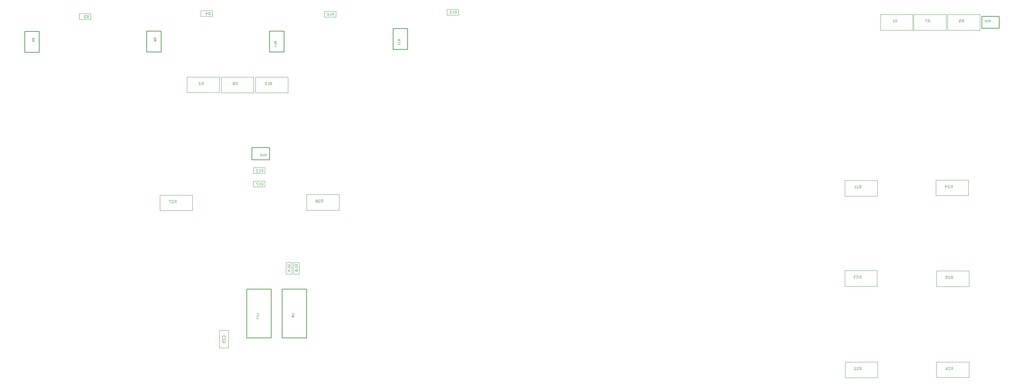
<source format=gbr>
%TF.GenerationSoftware,Altium Limited,Altium Designer,24.3.1 (35)*%
G04 Layer_Color=16711935*
%FSLAX45Y45*%
%MOMM*%
%TF.SameCoordinates,844131A9-2E1B-4A61-BE1F-69DE975881E6*%
%TF.FilePolarity,Positive*%
%TF.FileFunction,Other,Bottom_Assembly*%
%TF.Part,Single*%
G01*
G75*
%TA.AperFunction,NonConductor*%
%ADD63C,0.20000*%
%ADD96C,0.10000*%
G36*
X7251474Y6839510D02*
X7250180Y6837660D01*
X7248978Y6835996D01*
X7247776Y6834609D01*
X7246759Y6833315D01*
X7245834Y6832390D01*
X7245095Y6831651D01*
X7244632Y6831189D01*
X7244448Y6831004D01*
X7243708Y6830449D01*
X7242876Y6829802D01*
X7241212Y6828785D01*
X7240472Y6828415D01*
X7239917Y6828045D01*
X7239547Y6827860D01*
X7239362Y6827768D01*
X7241027Y6827490D01*
X7242598Y6827213D01*
X7243985Y6826751D01*
X7245372Y6826381D01*
X7246574Y6825919D01*
X7247683Y6825364D01*
X7248701Y6824902D01*
X7249625Y6824439D01*
X7250365Y6823884D01*
X7251104Y6823422D01*
X7251659Y6823052D01*
X7252121Y6822683D01*
X7252491Y6822405D01*
X7252769Y6822128D01*
X7252861Y6822035D01*
X7252953Y6821943D01*
X7253693Y6821018D01*
X7254433Y6820094D01*
X7255542Y6818152D01*
X7256282Y6816211D01*
X7256837Y6814362D01*
X7257206Y6812790D01*
X7257299Y6812143D01*
Y6811495D01*
X7257391Y6811033D01*
Y6810663D01*
Y6810478D01*
Y6810386D01*
X7257299Y6808444D01*
X7257022Y6806688D01*
X7256559Y6805023D01*
X7256097Y6803637D01*
X7255542Y6802435D01*
X7255172Y6801510D01*
X7254803Y6800955D01*
X7254710Y6800863D01*
Y6800770D01*
X7253601Y6799291D01*
X7252491Y6797997D01*
X7251289Y6796887D01*
X7250180Y6796055D01*
X7249163Y6795408D01*
X7248331Y6795038D01*
X7247776Y6794761D01*
X7247683Y6794668D01*
X7247591D01*
X7246759Y6794391D01*
X7245742Y6794114D01*
X7243708Y6793651D01*
X7241489Y6793374D01*
X7239455Y6793097D01*
X7237513Y6793004D01*
X7236681D01*
X7235942Y6792912D01*
X7206263D01*
Y6856891D01*
X7214769D01*
Y6828507D01*
X7225679D01*
X7226696Y6828600D01*
X7227436D01*
X7228083Y6828692D01*
X7228545Y6828785D01*
X7228915D01*
X7229100Y6828877D01*
X7229192D01*
X7230672Y6829339D01*
X7231319Y6829617D01*
X7231874Y6829894D01*
X7232428Y6830172D01*
X7232798Y6830356D01*
X7232983Y6830449D01*
X7233075Y6830541D01*
X7233815Y6831096D01*
X7234555Y6831743D01*
X7235942Y6833130D01*
X7236589Y6833777D01*
X7237051Y6834332D01*
X7237328Y6834702D01*
X7237421Y6834794D01*
X7238345Y6836089D01*
X7239362Y6837476D01*
X7240379Y6838955D01*
X7241396Y6840342D01*
X7242229Y6841636D01*
X7242876Y6842653D01*
X7243153Y6843023D01*
X7243338Y6843300D01*
X7243523Y6843485D01*
Y6843578D01*
X7251936Y6856891D01*
X7262476D01*
X7251474Y6839510D01*
D02*
G37*
G36*
X7338938Y6857816D02*
X7341249Y6857446D01*
X7343375Y6856799D01*
X7345132Y6856059D01*
X7345872Y6855782D01*
X7346611Y6855412D01*
X7347166Y6855042D01*
X7347721Y6854765D01*
X7348091Y6854580D01*
X7348368Y6854395D01*
X7348553Y6854210D01*
X7348645D01*
X7350495Y6852638D01*
X7352159Y6850882D01*
X7353453Y6849033D01*
X7354563Y6847276D01*
X7355487Y6845704D01*
X7355857Y6844964D01*
X7356134Y6844410D01*
X7356319Y6843855D01*
X7356504Y6843485D01*
X7356597Y6843300D01*
Y6843208D01*
X7357059Y6841821D01*
X7357521Y6840249D01*
X7358168Y6837106D01*
X7358631Y6833777D01*
X7358908Y6830634D01*
X7359093Y6829247D01*
X7359185Y6827860D01*
Y6826658D01*
X7359278Y6825641D01*
Y6824809D01*
Y6824162D01*
Y6823700D01*
Y6823607D01*
Y6821481D01*
X7359185Y6819447D01*
X7359001Y6817597D01*
X7358816Y6815841D01*
X7358631Y6814269D01*
X7358446Y6812790D01*
X7358168Y6811403D01*
X7357891Y6810201D01*
X7357614Y6809184D01*
X7357429Y6808259D01*
X7357151Y6807427D01*
X7356966Y6806780D01*
X7356782Y6806318D01*
X7356597Y6805948D01*
X7356504Y6805763D01*
Y6805671D01*
X7355395Y6803452D01*
X7354193Y6801510D01*
X7352806Y6799846D01*
X7351604Y6798459D01*
X7350402Y6797442D01*
X7349478Y6796702D01*
X7349108Y6796425D01*
X7348830Y6796240D01*
X7348738Y6796055D01*
X7348645D01*
X7346704Y6794946D01*
X7344762Y6794114D01*
X7342821Y6793466D01*
X7341064Y6793097D01*
X7339492Y6792819D01*
X7338845Y6792727D01*
X7338383D01*
X7337921Y6792634D01*
X7337273D01*
X7335702Y6792727D01*
X7334222Y6792912D01*
X7332743Y6793189D01*
X7331449Y6793559D01*
X7328952Y6794576D01*
X7327843Y6795038D01*
X7326918Y6795593D01*
X7325994Y6796240D01*
X7325254Y6796702D01*
X7324514Y6797257D01*
X7323960Y6797719D01*
X7323497Y6798089D01*
X7323220Y6798367D01*
X7323035Y6798552D01*
X7322943Y6798644D01*
X7321926Y6799753D01*
X7321094Y6801048D01*
X7320261Y6802250D01*
X7319614Y6803544D01*
X7319060Y6804931D01*
X7318597Y6806225D01*
X7317950Y6808629D01*
X7317673Y6809831D01*
X7317488Y6810848D01*
X7317395Y6811865D01*
X7317303Y6812697D01*
X7317210Y6813345D01*
Y6813807D01*
Y6814177D01*
Y6814269D01*
X7317303Y6816026D01*
X7317488Y6817597D01*
X7317673Y6819169D01*
X7318043Y6820649D01*
X7318505Y6821943D01*
X7318967Y6823237D01*
X7319429Y6824347D01*
X7319984Y6825364D01*
X7320446Y6826288D01*
X7320909Y6827120D01*
X7321371Y6827768D01*
X7321833Y6828415D01*
X7322203Y6828877D01*
X7322388Y6829154D01*
X7322573Y6829339D01*
X7322665Y6829432D01*
X7323682Y6830449D01*
X7324792Y6831281D01*
X7325901Y6832113D01*
X7327103Y6832760D01*
X7328213Y6833315D01*
X7329322Y6833777D01*
X7331449Y6834424D01*
X7332373Y6834702D01*
X7333298Y6834887D01*
X7334037Y6834979D01*
X7334777Y6835072D01*
X7335332Y6835164D01*
X7336071D01*
X7337828Y6835072D01*
X7339492Y6834794D01*
X7340972Y6834424D01*
X7342358Y6833962D01*
X7343375Y6833592D01*
X7344208Y6833223D01*
X7344762Y6832945D01*
X7344947Y6832853D01*
X7346427Y6831928D01*
X7347721Y6830911D01*
X7348830Y6829894D01*
X7349755Y6828970D01*
X7350402Y6828045D01*
X7350957Y6827398D01*
X7351327Y6826936D01*
X7351419Y6826751D01*
Y6827490D01*
Y6827953D01*
Y6828230D01*
Y6828322D01*
X7351327Y6830172D01*
X7351234Y6831928D01*
X7351049Y6833500D01*
X7350864Y6834979D01*
X7350587Y6836181D01*
X7350402Y6837106D01*
X7350310Y6837476D01*
Y6837753D01*
X7350217Y6837845D01*
Y6837938D01*
X7349755Y6839602D01*
X7349293Y6841081D01*
X7348830Y6842376D01*
X7348368Y6843485D01*
X7347998Y6844317D01*
X7347628Y6844964D01*
X7347444Y6845427D01*
X7347351Y6845519D01*
X7346611Y6846536D01*
X7345872Y6847368D01*
X7345132Y6848108D01*
X7344392Y6848755D01*
X7343838Y6849310D01*
X7343283Y6849680D01*
X7342913Y6849865D01*
X7342821Y6849957D01*
X7341804Y6850512D01*
X7340694Y6850882D01*
X7339677Y6851159D01*
X7338660Y6851344D01*
X7337828Y6851436D01*
X7337181Y6851529D01*
X7336534D01*
X7335054Y6851436D01*
X7333668Y6851159D01*
X7332466Y6850789D01*
X7331449Y6850327D01*
X7330709Y6849957D01*
X7330062Y6849587D01*
X7329692Y6849310D01*
X7329600Y6849217D01*
X7328675Y6848200D01*
X7327935Y6846998D01*
X7327288Y6845704D01*
X7326826Y6844410D01*
X7326456Y6843300D01*
X7326179Y6842283D01*
X7326086Y6841913D01*
Y6841729D01*
X7325994Y6841544D01*
Y6841451D01*
X7318412Y6842098D01*
X7318967Y6844780D01*
X7319707Y6847091D01*
X7320631Y6849125D01*
X7321556Y6850789D01*
X7322480Y6852084D01*
X7322943Y6852638D01*
X7323313Y6853101D01*
X7323590Y6853378D01*
X7323867Y6853655D01*
X7323960Y6853748D01*
X7324052Y6853840D01*
X7324977Y6854580D01*
X7325994Y6855227D01*
X7328028Y6856244D01*
X7330062Y6856984D01*
X7332003Y6857446D01*
X7333760Y6857816D01*
X7334500Y6857908D01*
X7335147D01*
X7335609Y6858001D01*
X7336349D01*
X7338938Y6857816D01*
D02*
G37*
G36*
X7297055Y6792634D02*
X7291970D01*
X7291045Y6794206D01*
X7290028Y6795685D01*
X7288826Y6797165D01*
X7287717Y6798459D01*
X7286607Y6799569D01*
X7285775Y6800493D01*
X7285406Y6800770D01*
X7285128Y6801048D01*
X7285036Y6801140D01*
X7284943Y6801233D01*
X7283002Y6802805D01*
X7281060Y6804284D01*
X7279211Y6805578D01*
X7277362Y6806595D01*
X7275790Y6807520D01*
X7275143Y6807890D01*
X7274588Y6808167D01*
X7274126Y6808444D01*
X7273756Y6808537D01*
X7273571Y6808722D01*
X7273479D01*
Y6816303D01*
X7274866Y6815748D01*
X7276252Y6815101D01*
X7277639Y6814454D01*
X7278934Y6813807D01*
X7280043Y6813252D01*
X7280968Y6812790D01*
X7281522Y6812420D01*
X7281615Y6812327D01*
X7281707D01*
X7283372Y6811310D01*
X7284851Y6810293D01*
X7286145Y6809369D01*
X7287162Y6808537D01*
X7288087Y6807890D01*
X7288642Y6807335D01*
X7289104Y6806965D01*
X7289196Y6806873D01*
Y6856891D01*
X7297055D01*
Y6792634D01*
D02*
G37*
G36*
X8065400Y2642609D02*
X8067064Y2642516D01*
X8068636Y2642331D01*
X8070023Y2642146D01*
X8071317Y2641961D01*
X8072519Y2641684D01*
X8073629Y2641499D01*
X8074646Y2641314D01*
X8075478Y2641037D01*
X8076218Y2640852D01*
X8076772Y2640667D01*
X8077235Y2640482D01*
X8077604Y2640390D01*
X8077789Y2640297D01*
X8077882D01*
X8079916Y2639280D01*
X8081765Y2637986D01*
X8083244Y2636691D01*
X8084539Y2635305D01*
X8085556Y2634103D01*
X8086295Y2633086D01*
X8086480Y2632716D01*
X8086665Y2632438D01*
X8086850Y2632254D01*
Y2632161D01*
X8087867Y2629850D01*
X8088607Y2627446D01*
X8089161Y2624950D01*
X8089531Y2622638D01*
X8089624Y2621621D01*
X8089716Y2620604D01*
X8089809Y2619680D01*
Y2618940D01*
X8089901Y2618293D01*
Y2617461D01*
X8089716Y2614132D01*
X8089531Y2612653D01*
X8089346Y2611266D01*
X8089069Y2609879D01*
X8088792Y2608677D01*
X8088514Y2607568D01*
X8088144Y2606551D01*
X8087775Y2605626D01*
X8087497Y2604887D01*
X8087220Y2604147D01*
X8086942Y2603592D01*
X8086665Y2603130D01*
X8086573Y2602853D01*
X8086388Y2602668D01*
Y2602575D01*
X8085001Y2600541D01*
X8083429Y2598877D01*
X8081950Y2597583D01*
X8080471Y2596473D01*
X8079176Y2595641D01*
X8078159Y2595086D01*
X8077789Y2594901D01*
X8077512Y2594716D01*
X8077327Y2594624D01*
X8077235D01*
X8076125Y2594254D01*
X8074923Y2593884D01*
X8072427Y2593330D01*
X8069838Y2592960D01*
X8067342Y2592682D01*
X8066232Y2592590D01*
X8065123Y2592497D01*
X8064198D01*
X8063366Y2592405D01*
X8062719D01*
X8062257D01*
X8061887D01*
X8061794D01*
X8024812D01*
Y2600911D01*
X8061794D01*
X8063921D01*
X8065955Y2601096D01*
X8067712Y2601281D01*
X8069376Y2601558D01*
X8070855Y2601836D01*
X8072242Y2602205D01*
X8073444Y2602483D01*
X8074461Y2602853D01*
X8075293Y2603222D01*
X8076125Y2603592D01*
X8076680Y2603962D01*
X8077235Y2604239D01*
X8077604Y2604517D01*
X8077882Y2604702D01*
X8077974Y2604794D01*
X8078067Y2604887D01*
X8078806Y2605719D01*
X8079453Y2606643D01*
X8080471Y2608677D01*
X8081210Y2610804D01*
X8081672Y2613023D01*
X8082042Y2615057D01*
X8082135Y2615889D01*
Y2616721D01*
X8082227Y2617276D01*
Y2618200D01*
X8082135Y2620142D01*
X8081857Y2621898D01*
X8081580Y2623563D01*
X8081118Y2624857D01*
X8080748Y2625967D01*
X8080471Y2626799D01*
X8080193Y2627261D01*
X8080101Y2627446D01*
X8079269Y2628740D01*
X8078252Y2629850D01*
X8077235Y2630774D01*
X8076310Y2631421D01*
X8075385Y2631976D01*
X8074738Y2632438D01*
X8074276Y2632623D01*
X8074091Y2632716D01*
X8073259Y2632993D01*
X8072427Y2633178D01*
X8070485Y2633548D01*
X8068451Y2633825D01*
X8066417Y2634010D01*
X8064661Y2634103D01*
X8063828D01*
X8063181Y2634195D01*
X8062626D01*
X8062164D01*
X8061887D01*
X8061794D01*
X8024812D01*
Y2642701D01*
X8061794D01*
X8063644D01*
X8065400Y2642609D01*
D02*
G37*
G36*
X8061887Y2581773D02*
X8064661Y2581588D01*
X8067249Y2581310D01*
X8069653Y2580848D01*
X8071780Y2580386D01*
X8073721Y2579923D01*
X8075478Y2579369D01*
X8077050Y2578722D01*
X8078344Y2578167D01*
X8079546Y2577612D01*
X8080471Y2577150D01*
X8081303Y2576595D01*
X8081950Y2576225D01*
X8082320Y2575948D01*
X8082597Y2575763D01*
X8082689Y2575670D01*
X8083984Y2574469D01*
X8085093Y2573174D01*
X8086018Y2571880D01*
X8086850Y2570585D01*
X8087590Y2569199D01*
X8088144Y2567904D01*
X8088607Y2566610D01*
X8088976Y2565315D01*
X8089254Y2564206D01*
X8089531Y2563096D01*
X8089716Y2562172D01*
X8089809Y2561340D01*
Y2560600D01*
X8089901Y2560138D01*
Y2559676D01*
X8089809Y2557549D01*
X8089439Y2555608D01*
X8089069Y2553851D01*
X8088514Y2552279D01*
X8088052Y2551077D01*
X8087590Y2550153D01*
X8087497Y2549783D01*
X8087312Y2549505D01*
X8087220Y2549413D01*
Y2549321D01*
X8086110Y2547749D01*
X8084816Y2546269D01*
X8083522Y2545068D01*
X8082227Y2544051D01*
X8081025Y2543218D01*
X8080101Y2542664D01*
X8079731Y2542479D01*
X8079453Y2542294D01*
X8079361Y2542201D01*
X8079269D01*
X8077327Y2541277D01*
X8075293Y2540630D01*
X8073444Y2540167D01*
X8071687Y2539890D01*
X8070208Y2539613D01*
X8069653D01*
X8069098Y2539520D01*
X8068636D01*
X8068359D01*
X8068174D01*
X8068081D01*
X8066417Y2539613D01*
X8064845Y2539798D01*
X8063274Y2540075D01*
X8061887Y2540352D01*
X8060592Y2540815D01*
X8059298Y2541277D01*
X8058189Y2541739D01*
X8057172Y2542294D01*
X8056247Y2542849D01*
X8055415Y2543311D01*
X8054768Y2543773D01*
X8054121Y2544235D01*
X8053658Y2544513D01*
X8053381Y2544790D01*
X8053196Y2544975D01*
X8053104Y2545068D01*
X8052087Y2546085D01*
X8051162Y2547194D01*
X8050422Y2548396D01*
X8049775Y2549505D01*
X8049128Y2550615D01*
X8048666Y2551724D01*
X8048018Y2553851D01*
X8047741Y2554775D01*
X8047556Y2555700D01*
X8047464Y2556440D01*
X8047371Y2557179D01*
X8047279Y2557734D01*
Y2558474D01*
X8047371Y2560138D01*
X8047649Y2561710D01*
X8047926Y2563189D01*
X8048296Y2564483D01*
X8048758Y2565593D01*
X8049035Y2566425D01*
X8049313Y2566980D01*
X8049405Y2567072D01*
Y2567165D01*
X8050330Y2568644D01*
X8051347Y2569938D01*
X8052364Y2571140D01*
X8053473Y2572065D01*
X8054398Y2572897D01*
X8055138Y2573544D01*
X8055692Y2573914D01*
X8055785Y2574006D01*
X8054121D01*
X8052456Y2573914D01*
X8050977Y2573821D01*
X8049498Y2573636D01*
X8048203Y2573544D01*
X8047001Y2573359D01*
X8045892Y2573174D01*
X8044875Y2572897D01*
X8043950Y2572712D01*
X8043211Y2572527D01*
X8042564Y2572342D01*
X8042009Y2572250D01*
X8041639Y2572065D01*
X8041362Y2571972D01*
X8041177Y2571880D01*
X8041084D01*
X8039235Y2570955D01*
X8037571Y2570031D01*
X8036277Y2569014D01*
X8035167Y2568089D01*
X8034243Y2567257D01*
X8033595Y2566610D01*
X8033225Y2566148D01*
X8033133Y2565963D01*
X8032393Y2564853D01*
X8031931Y2563744D01*
X8031561Y2562634D01*
X8031284Y2561525D01*
X8031099Y2560693D01*
X8031007Y2559953D01*
Y2559306D01*
X8031191Y2557642D01*
X8031561Y2556070D01*
X8032116Y2554775D01*
X8032671Y2553574D01*
X8033318Y2552649D01*
X8033873Y2552002D01*
X8034243Y2551632D01*
X8034427Y2551447D01*
X8035260Y2550800D01*
X8036277Y2550153D01*
X8037386Y2549598D01*
X8038495Y2549228D01*
X8039512Y2548858D01*
X8040345Y2548581D01*
X8040899Y2548488D01*
X8040992Y2548396D01*
X8041084D01*
X8040437Y2540537D01*
X8037848Y2541092D01*
X8035537Y2541924D01*
X8033503Y2542849D01*
X8031839Y2543866D01*
X8030544Y2544883D01*
X8029990Y2545252D01*
X8029527Y2545715D01*
X8029250Y2545992D01*
X8028973Y2546269D01*
X8028880Y2546362D01*
X8028788Y2546454D01*
X8028048Y2547379D01*
X8027401Y2548396D01*
X8026291Y2550430D01*
X8025552Y2552464D01*
X8025089Y2554406D01*
X8024720Y2556162D01*
X8024627Y2556902D01*
Y2557549D01*
X8024535Y2558104D01*
Y2558843D01*
X8024627Y2560693D01*
X8024812Y2562449D01*
X8025182Y2564113D01*
X8025644Y2565685D01*
X8026291Y2567072D01*
X8026846Y2568459D01*
X8027586Y2569661D01*
X8028233Y2570770D01*
X8028880Y2571695D01*
X8029620Y2572619D01*
X8030174Y2573359D01*
X8030729Y2573914D01*
X8031284Y2574376D01*
X8031654Y2574746D01*
X8031839Y2574931D01*
X8031931Y2575023D01*
X8033595Y2576225D01*
X8035537Y2577242D01*
X8037571Y2578167D01*
X8039697Y2578999D01*
X8041916Y2579646D01*
X8044135Y2580201D01*
X8046447Y2580663D01*
X8048573Y2581033D01*
X8050700Y2581310D01*
X8052641Y2581495D01*
X8054398Y2581680D01*
X8055877Y2581773D01*
X8057172D01*
X8058096Y2581865D01*
X8058466D01*
X8058743D01*
X8058836D01*
X8058928D01*
X8061887Y2581773D01*
D02*
G37*
G36*
X7138300Y2641509D02*
X7139964Y2641416D01*
X7141536Y2641231D01*
X7142923Y2641047D01*
X7144217Y2640862D01*
X7145419Y2640584D01*
X7146529Y2640399D01*
X7147546Y2640214D01*
X7148378Y2639937D01*
X7149117Y2639752D01*
X7149672Y2639567D01*
X7150134Y2639382D01*
X7150504Y2639290D01*
X7150689Y2639197D01*
X7150781D01*
X7152816Y2638180D01*
X7154665Y2636886D01*
X7156144Y2635592D01*
X7157438Y2634205D01*
X7158455Y2633003D01*
X7159195Y2631986D01*
X7159380Y2631616D01*
X7159565Y2631339D01*
X7159750Y2631154D01*
Y2631061D01*
X7160767Y2628750D01*
X7161506Y2626346D01*
X7162061Y2623850D01*
X7162431Y2621538D01*
X7162523Y2620521D01*
X7162616Y2619504D01*
X7162708Y2618580D01*
Y2617840D01*
X7162801Y2617193D01*
Y2616361D01*
X7162616Y2613032D01*
X7162431Y2611553D01*
X7162246Y2610166D01*
X7161969Y2608779D01*
X7161691Y2607577D01*
X7161414Y2606468D01*
X7161044Y2605451D01*
X7160674Y2604526D01*
X7160397Y2603787D01*
X7160120Y2603047D01*
X7159842Y2602492D01*
X7159565Y2602030D01*
X7159472Y2601753D01*
X7159287Y2601568D01*
Y2601475D01*
X7157901Y2599441D01*
X7156329Y2597777D01*
X7154850Y2596483D01*
X7153370Y2595373D01*
X7152076Y2594541D01*
X7151059Y2593986D01*
X7150689Y2593802D01*
X7150412Y2593617D01*
X7150227Y2593524D01*
X7150134D01*
X7149025Y2593154D01*
X7147823Y2592785D01*
X7145327Y2592230D01*
X7142738Y2591860D01*
X7140241Y2591583D01*
X7139132Y2591490D01*
X7138023Y2591398D01*
X7137098D01*
X7136266Y2591305D01*
X7135619D01*
X7135156D01*
X7134787D01*
X7134694D01*
X7097712D01*
Y2599811D01*
X7134694D01*
X7136821D01*
X7138855Y2599996D01*
X7140611Y2600181D01*
X7142276Y2600458D01*
X7143755Y2600736D01*
X7145142Y2601106D01*
X7146344Y2601383D01*
X7147361Y2601753D01*
X7148193Y2602123D01*
X7149025Y2602492D01*
X7149580Y2602862D01*
X7150134Y2603140D01*
X7150504Y2603417D01*
X7150781Y2603602D01*
X7150874Y2603694D01*
X7150966Y2603787D01*
X7151706Y2604619D01*
X7152353Y2605543D01*
X7153370Y2607577D01*
X7154110Y2609704D01*
X7154572Y2611923D01*
X7154942Y2613957D01*
X7155034Y2614789D01*
Y2615621D01*
X7155127Y2616176D01*
Y2617100D01*
X7155034Y2619042D01*
X7154757Y2620799D01*
X7154480Y2622463D01*
X7154017Y2623757D01*
X7153648Y2624867D01*
X7153370Y2625699D01*
X7153093Y2626161D01*
X7153000Y2626346D01*
X7152168Y2627640D01*
X7151151Y2628750D01*
X7150134Y2629674D01*
X7149210Y2630322D01*
X7148285Y2630876D01*
X7147638Y2631339D01*
X7147176Y2631524D01*
X7146991Y2631616D01*
X7146159Y2631893D01*
X7145327Y2632078D01*
X7143385Y2632448D01*
X7141351Y2632725D01*
X7139317Y2632910D01*
X7137560Y2633003D01*
X7136728D01*
X7136081Y2633095D01*
X7135526D01*
X7135064D01*
X7134787D01*
X7134694D01*
X7097712D01*
Y2641601D01*
X7134694D01*
X7136543D01*
X7138300Y2641509D01*
D02*
G37*
G36*
X7120548Y2572999D02*
X7119901Y2571612D01*
X7119254Y2570225D01*
X7118607Y2568931D01*
X7118052Y2567821D01*
X7117590Y2566897D01*
X7117220Y2566342D01*
X7117127Y2566250D01*
Y2566157D01*
X7116110Y2564493D01*
X7115093Y2563014D01*
X7114169Y2561719D01*
X7113337Y2560702D01*
X7112690Y2559778D01*
X7112135Y2559223D01*
X7111765Y2558761D01*
X7111673Y2558668D01*
X7161691D01*
Y2550809D01*
X7097434D01*
Y2555895D01*
X7099006Y2556819D01*
X7100485Y2557836D01*
X7101965Y2559038D01*
X7103259Y2560148D01*
X7104369Y2561257D01*
X7105293Y2562089D01*
X7105570Y2562459D01*
X7105848Y2562736D01*
X7105940Y2562829D01*
X7106033Y2562921D01*
X7107605Y2564863D01*
X7109084Y2566804D01*
X7110378Y2568653D01*
X7111395Y2570503D01*
X7112320Y2572074D01*
X7112690Y2572722D01*
X7112967Y2573276D01*
X7113244Y2573739D01*
X7113337Y2574108D01*
X7113522Y2574293D01*
Y2574386D01*
X7121103D01*
X7120548Y2572999D01*
D02*
G37*
G36*
Y2523258D02*
X7119901Y2521871D01*
X7119254Y2520484D01*
X7118607Y2519190D01*
X7118052Y2518080D01*
X7117590Y2517155D01*
X7117220Y2516601D01*
X7117127Y2516508D01*
Y2516416D01*
X7116110Y2514752D01*
X7115093Y2513272D01*
X7114169Y2511978D01*
X7113337Y2510961D01*
X7112690Y2510036D01*
X7112135Y2509482D01*
X7111765Y2509019D01*
X7111673Y2508927D01*
X7161691D01*
Y2501068D01*
X7097434D01*
Y2506153D01*
X7099006Y2507078D01*
X7100485Y2508095D01*
X7101965Y2509297D01*
X7103259Y2510406D01*
X7104369Y2511516D01*
X7105293Y2512348D01*
X7105570Y2512718D01*
X7105848Y2512995D01*
X7105940Y2513087D01*
X7106033Y2513180D01*
X7107605Y2515121D01*
X7109084Y2517063D01*
X7110378Y2518912D01*
X7111395Y2520761D01*
X7112320Y2522333D01*
X7112690Y2522980D01*
X7112967Y2523535D01*
X7113244Y2523997D01*
X7113337Y2524367D01*
X7113522Y2524552D01*
Y2524644D01*
X7121103D01*
X7120548Y2523258D01*
D02*
G37*
G36*
X26335287Y10390373D02*
X26336859Y10390280D01*
X26338339Y10390003D01*
X26339725Y10389725D01*
X26341019Y10389356D01*
X26342221Y10388986D01*
X26343332Y10388524D01*
X26344348Y10388061D01*
X26345273Y10387599D01*
X26346011Y10387137D01*
X26346658Y10386767D01*
X26347214Y10386397D01*
X26347675Y10386120D01*
X26347955Y10385842D01*
X26348138Y10385750D01*
X26348230Y10385657D01*
X26349155Y10384733D01*
X26349988Y10383716D01*
X26350821Y10382606D01*
X26351468Y10381497D01*
X26352576Y10379278D01*
X26353317Y10377059D01*
X26353592Y10376042D01*
X26353870Y10375025D01*
X26354056Y10374193D01*
X26354242Y10373453D01*
X26354333Y10372806D01*
Y10372344D01*
X26354425Y10372066D01*
Y10371974D01*
X26346381Y10371142D01*
X26346198Y10373268D01*
X26345828Y10375117D01*
X26345273Y10376782D01*
X26344626Y10378076D01*
X26344070Y10379185D01*
X26343515Y10379925D01*
X26343146Y10380387D01*
X26342960Y10380572D01*
X26341574Y10381682D01*
X26340094Y10382514D01*
X26338522Y10383161D01*
X26337137Y10383531D01*
X26335843Y10383808D01*
X26334732Y10383901D01*
X26334363Y10383993D01*
X26333807D01*
X26331866Y10383901D01*
X26330109Y10383531D01*
X26328629Y10382976D01*
X26327335Y10382421D01*
X26326318Y10381774D01*
X26325671Y10381312D01*
X26325208Y10380942D01*
X26325024Y10380757D01*
X26323914Y10379463D01*
X26323083Y10378168D01*
X26322437Y10376874D01*
X26322067Y10375580D01*
X26321790Y10374563D01*
X26321695Y10373638D01*
X26321603Y10373083D01*
Y10372991D01*
Y10372898D01*
X26321790Y10371234D01*
X26322159Y10369478D01*
X26322806Y10367906D01*
X26323453Y10366427D01*
X26324191Y10365225D01*
X26324841Y10364208D01*
X26325024Y10363838D01*
X26325208Y10363560D01*
X26325394Y10363468D01*
Y10363376D01*
X26326135Y10362358D01*
X26327060Y10361341D01*
X26328076Y10360232D01*
X26329184Y10359123D01*
X26331497Y10356904D01*
X26333807Y10354685D01*
X26335010Y10353668D01*
X26336026Y10352743D01*
X26337045Y10351911D01*
X26337875Y10351171D01*
X26338522Y10350617D01*
X26339078Y10350154D01*
X26339447Y10349877D01*
X26339539Y10349784D01*
X26341852Y10347843D01*
X26343979Y10345994D01*
X26345734Y10344330D01*
X26347122Y10342943D01*
X26348322Y10341741D01*
X26349155Y10340909D01*
X26349619Y10340354D01*
X26349802Y10340262D01*
Y10340169D01*
X26351096Y10338597D01*
X26352115Y10337118D01*
X26353040Y10335639D01*
X26353778Y10334344D01*
X26354333Y10333235D01*
X26354703Y10332403D01*
X26354889Y10331848D01*
X26354980Y10331756D01*
Y10331663D01*
X26355350Y10330646D01*
X26355536Y10329722D01*
X26355719Y10328797D01*
X26355811Y10327965D01*
X26355905Y10327225D01*
Y10326670D01*
Y10326301D01*
Y10326208D01*
X26313467D01*
Y10333790D01*
X26344995D01*
X26343887Y10335361D01*
X26343332Y10336009D01*
X26342868Y10336656D01*
X26342407Y10337210D01*
X26342035Y10337580D01*
X26341760Y10337858D01*
X26341666Y10337950D01*
X26341205Y10338412D01*
X26340649Y10338875D01*
X26339355Y10340077D01*
X26337875Y10341463D01*
X26336304Y10342850D01*
X26334824Y10344052D01*
X26334177Y10344607D01*
X26333624Y10345162D01*
X26333160Y10345532D01*
X26332791Y10345809D01*
X26332605Y10345994D01*
X26332513Y10346086D01*
X26331033Y10347381D01*
X26329556Y10348583D01*
X26328262Y10349784D01*
X26327060Y10350801D01*
X26325949Y10351819D01*
X26325024Y10352743D01*
X26324100Y10353575D01*
X26323361Y10354315D01*
X26322620Y10355054D01*
X26322067Y10355609D01*
X26321603Y10356071D01*
X26321140Y10356534D01*
X26320679Y10357089D01*
X26320493Y10357273D01*
X26319199Y10358845D01*
X26318091Y10360232D01*
X26317166Y10361619D01*
X26316425Y10362728D01*
X26315872Y10363745D01*
X26315503Y10364485D01*
X26315317Y10364947D01*
X26315225Y10365132D01*
X26314670Y10366519D01*
X26314301Y10367906D01*
X26313931Y10369200D01*
X26313745Y10370310D01*
X26313651Y10371327D01*
X26313559Y10372066D01*
Y10372529D01*
Y10372714D01*
X26313651Y10374100D01*
X26313837Y10375395D01*
X26314023Y10376689D01*
X26314392Y10377799D01*
X26315317Y10380018D01*
X26316241Y10381774D01*
X26316797Y10382606D01*
X26317258Y10383254D01*
X26317722Y10383901D01*
X26318182Y10384363D01*
X26318552Y10384733D01*
X26318738Y10385103D01*
X26318921Y10385195D01*
X26319016Y10385288D01*
X26320032Y10386212D01*
X26321140Y10387044D01*
X26322342Y10387691D01*
X26323544Y10388246D01*
X26325949Y10389171D01*
X26328354Y10389818D01*
X26329370Y10390003D01*
X26330386Y10390188D01*
X26331311Y10390280D01*
X26332050Y10390373D01*
X26332697Y10390465D01*
X26333624D01*
X26335287Y10390373D01*
D02*
G37*
G36*
X26416000Y10326208D02*
X26407495D01*
Y10354592D01*
X26396585D01*
X26395569Y10354500D01*
X26394830D01*
X26394183Y10354407D01*
X26393719Y10354315D01*
X26393350D01*
X26393164Y10354222D01*
X26393073D01*
X26391592Y10353760D01*
X26390945Y10353483D01*
X26390390Y10353205D01*
X26389835Y10352928D01*
X26389465Y10352743D01*
X26389282Y10352651D01*
X26389188Y10352558D01*
X26388449Y10352003D01*
X26387711Y10351356D01*
X26386322Y10349969D01*
X26385675Y10349322D01*
X26385214Y10348767D01*
X26384937Y10348398D01*
X26384845Y10348305D01*
X26383920Y10347011D01*
X26382901Y10345624D01*
X26381885Y10344145D01*
X26380869Y10342758D01*
X26380035Y10341463D01*
X26379388Y10340446D01*
X26379111Y10340077D01*
X26378925Y10339799D01*
X26378741Y10339614D01*
Y10339522D01*
X26370328Y10326208D01*
X26359787D01*
X26370789Y10343590D01*
X26372086Y10345439D01*
X26373288Y10347103D01*
X26374490Y10348490D01*
X26375507Y10349784D01*
X26376431Y10350709D01*
X26377170Y10351449D01*
X26377631Y10351911D01*
X26377817Y10352096D01*
X26378558Y10352651D01*
X26379388Y10353298D01*
X26381052Y10354315D01*
X26381793Y10354685D01*
X26382346Y10355054D01*
X26382718Y10355239D01*
X26382901Y10355332D01*
X26381238Y10355609D01*
X26379666Y10355887D01*
X26378278Y10356349D01*
X26376892Y10356719D01*
X26375690Y10357181D01*
X26374582Y10357736D01*
X26373563Y10358198D01*
X26372638Y10358660D01*
X26371899Y10359215D01*
X26371161Y10359677D01*
X26370605Y10360047D01*
X26370142Y10360417D01*
X26369772Y10360694D01*
X26369495Y10360972D01*
X26369403Y10361064D01*
X26369312Y10361157D01*
X26368570Y10362081D01*
X26367831Y10363006D01*
X26366721Y10364947D01*
X26365982Y10366889D01*
X26365427Y10368738D01*
X26365057Y10370310D01*
X26364966Y10370957D01*
Y10371604D01*
X26364874Y10372066D01*
Y10372436D01*
Y10372621D01*
Y10372714D01*
X26364966Y10374655D01*
X26365244Y10376412D01*
X26365704Y10378076D01*
X26366168Y10379463D01*
X26366721Y10380665D01*
X26367093Y10381589D01*
X26367462Y10382144D01*
X26367554Y10382237D01*
Y10382329D01*
X26368665Y10383808D01*
X26369772Y10385103D01*
X26370975Y10386212D01*
X26372086Y10387044D01*
X26373102Y10387691D01*
X26373935Y10388061D01*
X26374490Y10388339D01*
X26374582Y10388431D01*
X26374673D01*
X26375507Y10388708D01*
X26376523Y10388986D01*
X26378558Y10389448D01*
X26380777Y10389725D01*
X26382809Y10390003D01*
X26384750Y10390095D01*
X26385583D01*
X26386322Y10390188D01*
X26416000D01*
Y10326208D01*
D02*
G37*
G36*
X26286655Y10390280D02*
X26288968Y10389910D01*
X26290909Y10389263D01*
X26292572Y10388616D01*
X26293958Y10387876D01*
X26294513Y10387599D01*
X26294977Y10387229D01*
X26295346Y10387044D01*
X26295624Y10386859D01*
X26295715Y10386674D01*
X26295807D01*
X26297473Y10385195D01*
X26298859Y10383438D01*
X26300061Y10381682D01*
X26300986Y10380018D01*
X26301727Y10378446D01*
X26302094Y10377799D01*
X26302280Y10377151D01*
X26302466Y10376689D01*
X26302649Y10376319D01*
X26302744Y10376134D01*
Y10376042D01*
X26303113Y10374655D01*
X26303482Y10373268D01*
X26304037Y10370217D01*
X26304498Y10367166D01*
X26304776Y10364300D01*
X26304868Y10362913D01*
X26304962Y10361711D01*
Y10360602D01*
X26305054Y10359585D01*
Y10358845D01*
Y10358198D01*
Y10357828D01*
Y10357736D01*
X26304962Y10354500D01*
X26304776Y10351449D01*
X26304498Y10348675D01*
X26304037Y10346086D01*
X26303574Y10343682D01*
X26303021Y10341556D01*
X26302466Y10339614D01*
X26301910Y10337950D01*
X26301355Y10336471D01*
X26300708Y10335176D01*
X26300247Y10334067D01*
X26299783Y10333235D01*
X26299323Y10332495D01*
X26299045Y10332033D01*
X26298859Y10331756D01*
X26298767Y10331663D01*
X26297751Y10330554D01*
X26296640Y10329537D01*
X26295438Y10328612D01*
X26294238Y10327872D01*
X26293036Y10327225D01*
X26291833Y10326670D01*
X26290631Y10326301D01*
X26289520Y10325931D01*
X26288412Y10325653D01*
X26287396Y10325469D01*
X26286469Y10325284D01*
X26285730Y10325191D01*
X26285083Y10325099D01*
X26284158D01*
X26281662Y10325284D01*
X26279352Y10325653D01*
X26277411Y10326301D01*
X26275745Y10326948D01*
X26274359Y10327595D01*
X26273895Y10327965D01*
X26273434Y10328242D01*
X26273065Y10328427D01*
X26272787Y10328612D01*
X26272693Y10328797D01*
X26272601D01*
X26270938Y10330369D01*
X26269550Y10332033D01*
X26268350Y10333882D01*
X26267422Y10335546D01*
X26266684Y10337118D01*
X26266315Y10337765D01*
X26266129Y10338412D01*
X26265945Y10338875D01*
X26265759Y10339244D01*
X26265668Y10339429D01*
Y10339522D01*
X26265207Y10340909D01*
X26264835Y10342296D01*
X26264282Y10345254D01*
X26263818Y10348305D01*
X26263541Y10351264D01*
X26263449Y10352558D01*
X26263354Y10353760D01*
Y10354870D01*
X26263263Y10355887D01*
Y10356626D01*
Y10357273D01*
Y10357643D01*
Y10357736D01*
Y10359492D01*
X26263354Y10361157D01*
Y10362636D01*
X26263449Y10364115D01*
X26263635Y10365410D01*
X26263727Y10366704D01*
X26263818Y10367813D01*
X26264005Y10368830D01*
X26264096Y10369755D01*
X26264282Y10370587D01*
X26264374Y10371234D01*
X26264465Y10371789D01*
X26264557Y10372251D01*
X26264651Y10372529D01*
X26264743Y10372714D01*
Y10372806D01*
X26265298Y10374840D01*
X26265945Y10376689D01*
X26266684Y10378261D01*
X26267239Y10379648D01*
X26267886Y10380850D01*
X26268256Y10381682D01*
X26268625Y10382144D01*
X26268719Y10382329D01*
X26269736Y10383716D01*
X26270752Y10384918D01*
X26271863Y10385935D01*
X26272879Y10386859D01*
X26273804Y10387507D01*
X26274545Y10387969D01*
X26275006Y10388246D01*
X26275098Y10388339D01*
X26275192D01*
X26276669Y10389078D01*
X26278241Y10389541D01*
X26279721Y10389910D01*
X26281107Y10390188D01*
X26282309Y10390373D01*
X26283328Y10390465D01*
X26284158D01*
X26286655Y10390280D01*
D02*
G37*
G36*
X7632701Y9808595D02*
X7604317D01*
Y9797686D01*
X7604409Y9796668D01*
Y9795929D01*
X7604502Y9795282D01*
X7604594Y9794819D01*
Y9794450D01*
X7604687Y9794265D01*
Y9794172D01*
X7605149Y9792693D01*
X7605426Y9792046D01*
X7605704Y9791491D01*
X7605981Y9790936D01*
X7606166Y9790566D01*
X7606258Y9790381D01*
X7606351Y9790289D01*
X7606906Y9789549D01*
X7607553Y9788810D01*
X7608940Y9787423D01*
X7609587Y9786776D01*
X7610141Y9786313D01*
X7610511Y9786036D01*
X7610604Y9785944D01*
X7611898Y9785019D01*
X7613285Y9784002D01*
X7614764Y9782985D01*
X7616151Y9781968D01*
X7617446Y9781136D01*
X7618463Y9780489D01*
X7618832Y9780211D01*
X7619110Y9780026D01*
X7619295Y9779842D01*
X7619387D01*
X7632701Y9771428D01*
Y9760888D01*
X7615319Y9771890D01*
X7613470Y9773185D01*
X7611806Y9774387D01*
X7610419Y9775589D01*
X7609124Y9776606D01*
X7608200Y9777530D01*
X7607460Y9778270D01*
X7606998Y9778732D01*
X7606813Y9778917D01*
X7606258Y9779657D01*
X7605611Y9780489D01*
X7604594Y9782153D01*
X7604224Y9782893D01*
X7603854Y9783447D01*
X7603670Y9783817D01*
X7603577Y9784002D01*
X7603300Y9782338D01*
X7603022Y9780766D01*
X7602560Y9779379D01*
X7602190Y9777992D01*
X7601728Y9776790D01*
X7601173Y9775681D01*
X7600711Y9774664D01*
X7600249Y9773739D01*
X7599694Y9773000D01*
X7599232Y9772260D01*
X7598862Y9771705D01*
X7598492Y9771243D01*
X7598215Y9770873D01*
X7597937Y9770596D01*
X7597845Y9770503D01*
X7597752Y9770411D01*
X7596828Y9769671D01*
X7595903Y9768932D01*
X7593962Y9767822D01*
X7592020Y9767083D01*
X7590171Y9766528D01*
X7588599Y9766158D01*
X7587952Y9766066D01*
X7587305D01*
X7586843Y9765973D01*
X7586473D01*
X7586288D01*
X7586195D01*
X7584254Y9766066D01*
X7582497Y9766343D01*
X7580833Y9766805D01*
X7579446Y9767267D01*
X7578244Y9767822D01*
X7577320Y9768192D01*
X7576765Y9768562D01*
X7576672Y9768654D01*
X7576580D01*
X7575101Y9769764D01*
X7573806Y9770873D01*
X7572697Y9772075D01*
X7571865Y9773185D01*
X7571218Y9774202D01*
X7570848Y9775034D01*
X7570570Y9775589D01*
X7570478Y9775681D01*
Y9775773D01*
X7570201Y9776606D01*
X7569923Y9777623D01*
X7569461Y9779657D01*
X7569183Y9781876D01*
X7568906Y9783910D01*
X7568814Y9785851D01*
Y9786683D01*
X7568721Y9787423D01*
Y9817101D01*
X7632701D01*
Y9808595D01*
D02*
G37*
G36*
X7591558Y9748499D02*
X7590911Y9747112D01*
X7590263Y9745725D01*
X7589616Y9744431D01*
X7589062Y9743321D01*
X7588599Y9742397D01*
X7588229Y9741842D01*
X7588137Y9741750D01*
Y9741657D01*
X7587120Y9739993D01*
X7586103Y9738514D01*
X7585178Y9737219D01*
X7584346Y9736202D01*
X7583699Y9735278D01*
X7583144Y9734723D01*
X7582775Y9734261D01*
X7582682Y9734168D01*
X7632701D01*
Y9726309D01*
X7568444D01*
Y9731395D01*
X7570016Y9732319D01*
X7571495Y9733336D01*
X7572974Y9734538D01*
X7574269Y9735648D01*
X7575378Y9736757D01*
X7576303Y9737589D01*
X7576580Y9737959D01*
X7576857Y9738236D01*
X7576950Y9738329D01*
X7577042Y9738421D01*
X7578614Y9740363D01*
X7580093Y9742304D01*
X7581388Y9744153D01*
X7582405Y9746003D01*
X7583329Y9747574D01*
X7583699Y9748222D01*
X7583976Y9748776D01*
X7584254Y9749239D01*
X7584346Y9749608D01*
X7584531Y9749793D01*
Y9749886D01*
X7592113D01*
X7591558Y9748499D01*
D02*
G37*
G36*
Y9698758D02*
X7590911Y9697371D01*
X7590263Y9695984D01*
X7589616Y9694690D01*
X7589062Y9693580D01*
X7588599Y9692655D01*
X7588229Y9692101D01*
X7588137Y9692008D01*
Y9691916D01*
X7587120Y9690252D01*
X7586103Y9688772D01*
X7585178Y9687478D01*
X7584346Y9686461D01*
X7583699Y9685536D01*
X7583144Y9684982D01*
X7582775Y9684519D01*
X7582682Y9684427D01*
X7632701D01*
Y9676568D01*
X7568444D01*
Y9681653D01*
X7570016Y9682578D01*
X7571495Y9683595D01*
X7572974Y9684797D01*
X7574269Y9685906D01*
X7575378Y9687016D01*
X7576303Y9687848D01*
X7576580Y9688218D01*
X7576857Y9688495D01*
X7576950Y9688587D01*
X7577042Y9688680D01*
X7578614Y9690621D01*
X7580093Y9692563D01*
X7581388Y9694412D01*
X7582405Y9696261D01*
X7583329Y9697833D01*
X7583699Y9698480D01*
X7583976Y9699035D01*
X7584254Y9699497D01*
X7584346Y9699867D01*
X7584531Y9700052D01*
Y9700144D01*
X7592113D01*
X7591558Y9698758D01*
D02*
G37*
G36*
X4417683Y9920187D02*
X4419254Y9920002D01*
X4420826Y9919724D01*
X4422213Y9919447D01*
X4423507Y9918985D01*
X4424802Y9918522D01*
X4425911Y9918060D01*
X4426928Y9917505D01*
X4427853Y9916951D01*
X4428685Y9916488D01*
X4429332Y9916026D01*
X4429979Y9915564D01*
X4430441Y9915286D01*
X4430719Y9915009D01*
X4430904Y9914824D01*
X4430996Y9914732D01*
X4432013Y9913715D01*
X4432938Y9912605D01*
X4433677Y9911403D01*
X4434325Y9910294D01*
X4434972Y9909184D01*
X4435434Y9908075D01*
X4436081Y9905948D01*
X4436359Y9905024D01*
X4436544Y9904099D01*
X4436636Y9903360D01*
X4436728Y9902620D01*
X4436821Y9902065D01*
Y9901326D01*
X4436728Y9899661D01*
X4436451Y9898090D01*
X4436174Y9896610D01*
X4435804Y9895316D01*
X4435342Y9894207D01*
X4435064Y9893374D01*
X4434787Y9892820D01*
X4434694Y9892727D01*
Y9892635D01*
X4433770Y9891155D01*
X4432753Y9889861D01*
X4431736Y9888659D01*
X4430626Y9887735D01*
X4429702Y9886903D01*
X4428962Y9886255D01*
X4428407Y9885885D01*
X4428315Y9885793D01*
X4429979D01*
X4431643Y9885885D01*
X4433123Y9885978D01*
X4434602Y9886163D01*
X4435896Y9886255D01*
X4437098Y9886440D01*
X4438208Y9886625D01*
X4439225Y9886903D01*
X4440149Y9887087D01*
X4440889Y9887272D01*
X4441536Y9887457D01*
X4442091Y9887550D01*
X4442461Y9887735D01*
X4442738Y9887827D01*
X4442923Y9887920D01*
X4443015D01*
X4444865Y9888844D01*
X4446529Y9889769D01*
X4447823Y9890786D01*
X4448933Y9891710D01*
X4449857Y9892542D01*
X4450504Y9893190D01*
X4450874Y9893652D01*
X4450967Y9893837D01*
X4451706Y9894946D01*
X4452169Y9896056D01*
X4452538Y9897165D01*
X4452816Y9898275D01*
X4453001Y9899107D01*
X4453093Y9899846D01*
Y9900494D01*
X4452908Y9902158D01*
X4452538Y9903729D01*
X4451984Y9905024D01*
X4451429Y9906226D01*
X4450782Y9907150D01*
X4450227Y9907798D01*
X4449857Y9908167D01*
X4449672Y9908352D01*
X4448840Y9908999D01*
X4447823Y9909647D01*
X4446714Y9910201D01*
X4445604Y9910571D01*
X4444587Y9910941D01*
X4443755Y9911218D01*
X4443200Y9911311D01*
X4443108Y9911403D01*
X4443015D01*
X4443663Y9919262D01*
X4446251Y9918707D01*
X4448563Y9917875D01*
X4450597Y9916951D01*
X4452261Y9915934D01*
X4453555Y9914917D01*
X4454110Y9914547D01*
X4454572Y9914085D01*
X4454850Y9913807D01*
X4455127Y9913530D01*
X4455220Y9913437D01*
X4455312Y9913345D01*
X4456052Y9912420D01*
X4456699Y9911403D01*
X4457808Y9909369D01*
X4458548Y9907335D01*
X4459010Y9905394D01*
X4459380Y9903637D01*
X4459473Y9902897D01*
Y9902250D01*
X4459565Y9901695D01*
Y9900956D01*
X4459473Y9899107D01*
X4459288Y9897350D01*
X4458918Y9895686D01*
X4458456Y9894114D01*
X4457808Y9892727D01*
X4457254Y9891340D01*
X4456514Y9890138D01*
X4455867Y9889029D01*
X4455220Y9888104D01*
X4454480Y9887180D01*
X4453925Y9886440D01*
X4453371Y9885885D01*
X4452816Y9885423D01*
X4452446Y9885053D01*
X4452261Y9884868D01*
X4452169Y9884776D01*
X4450504Y9883574D01*
X4448563Y9882557D01*
X4446529Y9881633D01*
X4444402Y9880800D01*
X4442183Y9880153D01*
X4439964Y9879598D01*
X4437653Y9879136D01*
X4435527Y9878766D01*
X4433400Y9878489D01*
X4431458Y9878304D01*
X4429702Y9878119D01*
X4428223Y9878027D01*
X4426928D01*
X4426004Y9877934D01*
X4425634D01*
X4425356D01*
X4425264D01*
X4425171D01*
X4422213Y9878027D01*
X4419439Y9878212D01*
X4416850Y9878489D01*
X4414447Y9878951D01*
X4412320Y9879414D01*
X4410379Y9879876D01*
X4408622Y9880431D01*
X4407050Y9881078D01*
X4405756Y9881633D01*
X4404554Y9882187D01*
X4403629Y9882650D01*
X4402797Y9883204D01*
X4402150Y9883574D01*
X4401780Y9883851D01*
X4401503Y9884036D01*
X4401410Y9884129D01*
X4400116Y9885331D01*
X4399006Y9886625D01*
X4398082Y9887920D01*
X4397250Y9889214D01*
X4396510Y9890601D01*
X4395955Y9891895D01*
X4395493Y9893190D01*
X4395123Y9894484D01*
X4394846Y9895593D01*
X4394569Y9896703D01*
X4394384Y9897627D01*
X4394291Y9898460D01*
Y9899199D01*
X4394199Y9899661D01*
Y9900124D01*
X4394291Y9902250D01*
X4394661Y9904192D01*
X4395031Y9905948D01*
X4395586Y9907520D01*
X4396048Y9908722D01*
X4396510Y9909647D01*
X4396603Y9910017D01*
X4396787Y9910294D01*
X4396880Y9910386D01*
Y9910479D01*
X4397989Y9912051D01*
X4399284Y9913530D01*
X4400578Y9914732D01*
X4401873Y9915749D01*
X4403075Y9916581D01*
X4403999Y9917136D01*
X4404369Y9917321D01*
X4404646Y9917505D01*
X4404739Y9917598D01*
X4404831D01*
X4406773Y9918522D01*
X4408807Y9919170D01*
X4410656Y9919632D01*
X4412413Y9919909D01*
X4413892Y9920187D01*
X4414447D01*
X4415001Y9920279D01*
X4415464D01*
X4415741D01*
X4415926D01*
X4416018D01*
X4417683Y9920187D01*
D02*
G37*
G36*
X4412690Y9862309D02*
X4414539Y9861015D01*
X4416203Y9859813D01*
X4417590Y9858611D01*
X4418884Y9857594D01*
X4419809Y9856669D01*
X4420549Y9855930D01*
X4421011Y9855467D01*
X4421196Y9855283D01*
X4421751Y9854543D01*
X4422398Y9853711D01*
X4423415Y9852047D01*
X4423785Y9851307D01*
X4424154Y9850752D01*
X4424339Y9850382D01*
X4424432Y9850197D01*
X4424709Y9851862D01*
X4424987Y9853433D01*
X4425449Y9854820D01*
X4425819Y9856207D01*
X4426281Y9857409D01*
X4426836Y9858519D01*
X4427298Y9859536D01*
X4427760Y9860460D01*
X4428315Y9861200D01*
X4428777Y9861939D01*
X4429147Y9862494D01*
X4429517Y9862956D01*
X4429794Y9863326D01*
X4430072Y9863604D01*
X4430164Y9863696D01*
X4430257Y9863789D01*
X4431181Y9864528D01*
X4432106Y9865268D01*
X4434047Y9866377D01*
X4435989Y9867117D01*
X4437838Y9867672D01*
X4439410Y9868041D01*
X4440057Y9868134D01*
X4440704D01*
X4441166Y9868226D01*
X4441536D01*
X4441721D01*
X4441814D01*
X4443755Y9868134D01*
X4445512Y9867857D01*
X4447176Y9867394D01*
X4448563Y9866932D01*
X4449765Y9866377D01*
X4450689Y9866007D01*
X4451244Y9865638D01*
X4451337Y9865545D01*
X4451429D01*
X4452908Y9864436D01*
X4454203Y9863326D01*
X4455312Y9862124D01*
X4456144Y9861015D01*
X4456791Y9859998D01*
X4457161Y9859166D01*
X4457439Y9858611D01*
X4457531Y9858519D01*
Y9858426D01*
X4457808Y9857594D01*
X4458086Y9856577D01*
X4458548Y9854543D01*
X4458825Y9852324D01*
X4459103Y9850290D01*
X4459195Y9848348D01*
Y9847516D01*
X4459288Y9846777D01*
Y9817098D01*
X4395308D01*
Y9825604D01*
X4423692D01*
Y9836514D01*
X4423600Y9837531D01*
Y9838271D01*
X4423507Y9838918D01*
X4423415Y9839380D01*
Y9839750D01*
X4423322Y9839935D01*
Y9840027D01*
X4422860Y9841507D01*
X4422583Y9842154D01*
X4422305Y9842709D01*
X4422028Y9843263D01*
X4421843Y9843633D01*
X4421751Y9843818D01*
X4421658Y9843910D01*
X4421103Y9844650D01*
X4420456Y9845390D01*
X4419069Y9846777D01*
X4418422Y9847424D01*
X4417867Y9847886D01*
X4417498Y9848163D01*
X4417405Y9848256D01*
X4416111Y9849180D01*
X4414724Y9850197D01*
X4413245Y9851214D01*
X4411858Y9852232D01*
X4410563Y9853064D01*
X4409546Y9853711D01*
X4409177Y9853988D01*
X4408899Y9854173D01*
X4408714Y9854358D01*
X4408622D01*
X4395308Y9862771D01*
Y9873311D01*
X4412690Y9862309D01*
D02*
G37*
G36*
X1211857Y9914299D02*
X1213429Y9914114D01*
X1215001Y9913837D01*
X1216387Y9913467D01*
X1217682Y9913005D01*
X1218976Y9912542D01*
X1220086Y9911988D01*
X1221103Y9911525D01*
X1222027Y9910971D01*
X1222859Y9910416D01*
X1223507Y9909954D01*
X1224154Y9909491D01*
X1224616Y9909121D01*
X1224893Y9908844D01*
X1225078Y9908659D01*
X1225171Y9908567D01*
X1226188Y9907457D01*
X1227112Y9906348D01*
X1227852Y9905146D01*
X1228499Y9903944D01*
X1229146Y9902742D01*
X1229609Y9901540D01*
X1230256Y9899321D01*
X1230533Y9898304D01*
X1230718Y9897379D01*
X1230811Y9896547D01*
X1230903Y9895808D01*
X1230996Y9895253D01*
Y9893219D01*
X1230811Y9892110D01*
X1230348Y9889891D01*
X1229701Y9887857D01*
X1228961Y9886007D01*
X1228222Y9884528D01*
X1227852Y9883881D01*
X1227575Y9883326D01*
X1227297Y9882864D01*
X1227112Y9882587D01*
X1227020Y9882402D01*
X1226927Y9882309D01*
X1244217Y9885730D01*
Y9911340D01*
X1251706D01*
Y9879535D01*
X1218791Y9873341D01*
X1217774Y9880737D01*
X1218791Y9881385D01*
X1219623Y9882217D01*
X1220456Y9882956D01*
X1221103Y9883696D01*
X1221565Y9884436D01*
X1222027Y9884990D01*
X1222212Y9885360D01*
X1222305Y9885453D01*
X1222859Y9886655D01*
X1223322Y9887857D01*
X1223599Y9888966D01*
X1223876Y9890075D01*
X1223969Y9891000D01*
X1224061Y9891740D01*
Y9893496D01*
X1223876Y9894606D01*
X1223414Y9896547D01*
X1222767Y9898212D01*
X1222120Y9899691D01*
X1221380Y9900800D01*
X1220733Y9901632D01*
X1220271Y9902095D01*
X1220178Y9902280D01*
X1220086D01*
X1218514Y9903574D01*
X1216850Y9904499D01*
X1215093Y9905146D01*
X1213336Y9905608D01*
X1211857Y9905885D01*
X1211210Y9905978D01*
X1210655D01*
X1210193Y9906070D01*
X1209823D01*
X1209638D01*
X1209546D01*
X1208251D01*
X1207049Y9905885D01*
X1204738Y9905423D01*
X1202796Y9904776D01*
X1201225Y9904129D01*
X1199930Y9903389D01*
X1198913Y9902742D01*
X1198636Y9902465D01*
X1198359Y9902280D01*
X1198266Y9902187D01*
X1198174Y9902095D01*
X1197434Y9901355D01*
X1196787Y9900615D01*
X1195677Y9898951D01*
X1194938Y9897379D01*
X1194475Y9895808D01*
X1194106Y9894513D01*
X1194013Y9893404D01*
X1193921Y9893034D01*
Y9892479D01*
X1194013Y9890723D01*
X1194383Y9889151D01*
X1194845Y9887764D01*
X1195400Y9886655D01*
X1195955Y9885638D01*
X1196417Y9884898D01*
X1196787Y9884528D01*
X1196879Y9884343D01*
X1198174Y9883234D01*
X1199560Y9882309D01*
X1201132Y9881570D01*
X1202519Y9881015D01*
X1203906Y9880645D01*
X1204923Y9880368D01*
X1205385Y9880275D01*
X1205663Y9880183D01*
X1205847D01*
X1205940D01*
X1205293Y9871954D01*
X1203813Y9872139D01*
X1202427Y9872416D01*
X1199838Y9873248D01*
X1197619Y9874265D01*
X1196602Y9874820D01*
X1195770Y9875375D01*
X1194938Y9875837D01*
X1194198Y9876392D01*
X1193643Y9876854D01*
X1193181Y9877317D01*
X1192811Y9877686D01*
X1192441Y9877871D01*
X1192349Y9878056D01*
X1192256Y9878149D01*
X1191424Y9879258D01*
X1190685Y9880368D01*
X1190037Y9881570D01*
X1189483Y9882771D01*
X1188651Y9885083D01*
X1188096Y9887394D01*
X1187819Y9888411D01*
X1187726Y9889428D01*
X1187634Y9890260D01*
X1187541Y9891000D01*
X1187449Y9891647D01*
Y9892479D01*
X1187541Y9894421D01*
X1187819Y9896270D01*
X1188188Y9898027D01*
X1188651Y9899598D01*
X1189298Y9901078D01*
X1189945Y9902465D01*
X1190592Y9903759D01*
X1191332Y9904868D01*
X1192072Y9905885D01*
X1192719Y9906810D01*
X1193458Y9907550D01*
X1194013Y9908197D01*
X1194475Y9908659D01*
X1194845Y9909029D01*
X1195123Y9909214D01*
X1195215Y9909306D01*
X1196417Y9910231D01*
X1197711Y9910971D01*
X1198913Y9911710D01*
X1200208Y9912265D01*
X1202704Y9913189D01*
X1205108Y9913744D01*
X1206125Y9913929D01*
X1207142Y9914114D01*
X1207974Y9914206D01*
X1208714Y9914299D01*
X1209361Y9914391D01*
X1209823D01*
X1210100D01*
X1210193D01*
X1211857Y9914299D01*
D02*
G37*
G36*
X1205940Y9855959D02*
X1207789Y9854665D01*
X1209453Y9853463D01*
X1210840Y9852261D01*
X1212134Y9851244D01*
X1213059Y9850319D01*
X1213799Y9849580D01*
X1214261Y9849117D01*
X1214446Y9848933D01*
X1215001Y9848193D01*
X1215648Y9847361D01*
X1216665Y9845697D01*
X1217035Y9844957D01*
X1217404Y9844402D01*
X1217589Y9844032D01*
X1217682Y9843847D01*
X1217959Y9845512D01*
X1218237Y9847083D01*
X1218699Y9848470D01*
X1219069Y9849857D01*
X1219531Y9851059D01*
X1220086Y9852169D01*
X1220548Y9853186D01*
X1221010Y9854110D01*
X1221565Y9854850D01*
X1222027Y9855589D01*
X1222397Y9856144D01*
X1222767Y9856606D01*
X1223044Y9856976D01*
X1223322Y9857254D01*
X1223414Y9857346D01*
X1223507Y9857439D01*
X1224431Y9858178D01*
X1225356Y9858918D01*
X1227297Y9860027D01*
X1229239Y9860767D01*
X1231088Y9861322D01*
X1232660Y9861691D01*
X1233307Y9861784D01*
X1233954D01*
X1234416Y9861876D01*
X1234786D01*
X1234971D01*
X1235064D01*
X1237005Y9861784D01*
X1238762Y9861507D01*
X1240426Y9861044D01*
X1241813Y9860582D01*
X1243015Y9860027D01*
X1243939Y9859657D01*
X1244494Y9859288D01*
X1244587Y9859195D01*
X1244679D01*
X1246158Y9858086D01*
X1247453Y9856976D01*
X1248562Y9855774D01*
X1249394Y9854665D01*
X1250041Y9853648D01*
X1250411Y9852816D01*
X1250689Y9852261D01*
X1250781Y9852169D01*
Y9852076D01*
X1251058Y9851244D01*
X1251336Y9850227D01*
X1251798Y9848193D01*
X1252075Y9845974D01*
X1252353Y9843940D01*
X1252445Y9841998D01*
Y9841166D01*
X1252538Y9840427D01*
Y9810748D01*
X1188558D01*
Y9819254D01*
X1216942D01*
Y9830164D01*
X1216850Y9831181D01*
Y9831921D01*
X1216757Y9832568D01*
X1216665Y9833030D01*
Y9833400D01*
X1216572Y9833585D01*
Y9833677D01*
X1216110Y9835157D01*
X1215833Y9835804D01*
X1215555Y9836359D01*
X1215278Y9836913D01*
X1215093Y9837283D01*
X1215001Y9837468D01*
X1214908Y9837560D01*
X1214353Y9838300D01*
X1213706Y9839040D01*
X1212319Y9840427D01*
X1211672Y9841074D01*
X1211117Y9841536D01*
X1210748Y9841813D01*
X1210655Y9841906D01*
X1209361Y9842830D01*
X1207974Y9843847D01*
X1206495Y9844864D01*
X1205108Y9845882D01*
X1203813Y9846714D01*
X1202796Y9847361D01*
X1202427Y9847638D01*
X1202149Y9847823D01*
X1201964Y9848008D01*
X1201872D01*
X1188558Y9856421D01*
Y9866961D01*
X1205940Y9855959D01*
D02*
G37*
G36*
X10882791Y9872095D02*
X10854407D01*
Y9861186D01*
X10854500Y9860168D01*
Y9859429D01*
X10854592Y9858782D01*
X10854685Y9858319D01*
Y9857950D01*
X10854777Y9857765D01*
Y9857672D01*
X10855239Y9856193D01*
X10855517Y9855546D01*
X10855794Y9854991D01*
X10856072Y9854436D01*
X10856256Y9854066D01*
X10856349Y9853881D01*
X10856441Y9853789D01*
X10856996Y9853049D01*
X10857643Y9852310D01*
X10859030Y9850923D01*
X10859677Y9850276D01*
X10860232Y9849813D01*
X10860602Y9849536D01*
X10860694Y9849444D01*
X10861989Y9848519D01*
X10863376Y9847502D01*
X10864855Y9846485D01*
X10866242Y9845468D01*
X10867536Y9844636D01*
X10868553Y9843989D01*
X10868923Y9843711D01*
X10869200Y9843526D01*
X10869385Y9843342D01*
X10869478D01*
X10882791Y9834928D01*
Y9824388D01*
X10865410Y9835390D01*
X10863560Y9836685D01*
X10861896Y9837887D01*
X10860509Y9839089D01*
X10859215Y9840106D01*
X10858290Y9841030D01*
X10857551Y9841770D01*
X10857089Y9842232D01*
X10856904Y9842417D01*
X10856349Y9843157D01*
X10855702Y9843989D01*
X10854685Y9845653D01*
X10854315Y9846393D01*
X10853945Y9846947D01*
X10853760Y9847317D01*
X10853668Y9847502D01*
X10853390Y9845838D01*
X10853113Y9844266D01*
X10852651Y9842879D01*
X10852281Y9841492D01*
X10851819Y9840290D01*
X10851264Y9839181D01*
X10850802Y9838164D01*
X10850339Y9837239D01*
X10849784Y9836500D01*
X10849322Y9835760D01*
X10848952Y9835205D01*
X10848583Y9834743D01*
X10848305Y9834373D01*
X10848028Y9834096D01*
X10847935Y9834003D01*
X10847843Y9833911D01*
X10846918Y9833171D01*
X10845994Y9832432D01*
X10844052Y9831322D01*
X10842111Y9830583D01*
X10840262Y9830028D01*
X10838690Y9829658D01*
X10838043Y9829566D01*
X10837395D01*
X10836933Y9829473D01*
X10836563D01*
X10836378D01*
X10836286D01*
X10834344Y9829566D01*
X10832588Y9829843D01*
X10830923Y9830305D01*
X10829537Y9830767D01*
X10828335Y9831322D01*
X10827410Y9831692D01*
X10826855Y9832062D01*
X10826763Y9832154D01*
X10826670D01*
X10825191Y9833264D01*
X10823897Y9834373D01*
X10822787Y9835575D01*
X10821955Y9836685D01*
X10821308Y9837702D01*
X10820938Y9838534D01*
X10820661Y9839089D01*
X10820568Y9839181D01*
Y9839273D01*
X10820291Y9840106D01*
X10820014Y9841123D01*
X10819551Y9843157D01*
X10819274Y9845376D01*
X10818997Y9847410D01*
X10818904Y9849351D01*
Y9850183D01*
X10818812Y9850923D01*
Y9880601D01*
X10882791D01*
Y9872095D01*
D02*
G37*
G36*
X10841648Y9811999D02*
X10841001Y9810612D01*
X10840354Y9809225D01*
X10839707Y9807931D01*
X10839152Y9806821D01*
X10838690Y9805897D01*
X10838320Y9805342D01*
X10838227Y9805250D01*
Y9805157D01*
X10837210Y9803493D01*
X10836193Y9802014D01*
X10835269Y9800719D01*
X10834437Y9799702D01*
X10833790Y9798778D01*
X10833235Y9798223D01*
X10832865Y9797761D01*
X10832773Y9797668D01*
X10882791D01*
Y9789809D01*
X10818534D01*
Y9794895D01*
X10820106Y9795819D01*
X10821585Y9796836D01*
X10823065Y9798038D01*
X10824359Y9799148D01*
X10825469Y9800257D01*
X10826393Y9801089D01*
X10826670Y9801459D01*
X10826948Y9801736D01*
X10827040Y9801829D01*
X10827133Y9801921D01*
X10828705Y9803863D01*
X10830184Y9805804D01*
X10831478Y9807653D01*
X10832495Y9809503D01*
X10833420Y9811074D01*
X10833790Y9811722D01*
X10834067Y9812276D01*
X10834344Y9812739D01*
X10834437Y9813108D01*
X10834622Y9813293D01*
Y9813386D01*
X10842203D01*
X10841648Y9811999D01*
D02*
G37*
G36*
X10867351Y9769377D02*
X10868738Y9769099D01*
X10871327Y9768267D01*
X10873546Y9767250D01*
X10874470Y9766695D01*
X10875395Y9766141D01*
X10876227Y9765586D01*
X10876874Y9765031D01*
X10877521Y9764569D01*
X10877984Y9764107D01*
X10878353Y9763829D01*
X10878631Y9763552D01*
X10878816Y9763367D01*
X10878908Y9763275D01*
X10879740Y9762165D01*
X10880572Y9761056D01*
X10881220Y9759946D01*
X10881774Y9758744D01*
X10882699Y9756433D01*
X10883254Y9754214D01*
X10883438Y9753197D01*
X10883623Y9752272D01*
X10883716Y9751440D01*
X10883808Y9750701D01*
X10883901Y9750146D01*
Y9749314D01*
X10883808Y9747557D01*
X10883623Y9745985D01*
X10883346Y9744414D01*
X10882976Y9742934D01*
X10882514Y9741547D01*
X10882052Y9740346D01*
X10881497Y9739144D01*
X10880942Y9738127D01*
X10880480Y9737110D01*
X10879925Y9736277D01*
X10879463Y9735538D01*
X10879001Y9734983D01*
X10878631Y9734521D01*
X10878353Y9734151D01*
X10878168Y9733966D01*
X10878076Y9733874D01*
X10876967Y9732764D01*
X10875765Y9731840D01*
X10874563Y9731007D01*
X10873361Y9730268D01*
X10872251Y9729713D01*
X10871049Y9729158D01*
X10868830Y9728419D01*
X10867813Y9728234D01*
X10866889Y9728049D01*
X10866057Y9727864D01*
X10865317Y9727772D01*
X10864762Y9727679D01*
X10864300D01*
X10864023D01*
X10863930D01*
X10861711Y9727772D01*
X10859677Y9728141D01*
X10857921Y9728696D01*
X10856441Y9729251D01*
X10855239Y9729806D01*
X10854315Y9730360D01*
X10853760Y9730730D01*
X10853575Y9730823D01*
X10852188Y9732117D01*
X10850986Y9733504D01*
X10850062Y9734983D01*
X10849322Y9736462D01*
X10848767Y9737757D01*
X10848398Y9738774D01*
X10848305Y9739144D01*
X10848213Y9739421D01*
X10848120Y9739606D01*
Y9739698D01*
X10847288Y9738127D01*
X10846456Y9736832D01*
X10845532Y9735723D01*
X10844699Y9734798D01*
X10843960Y9734059D01*
X10843313Y9733504D01*
X10842943Y9733226D01*
X10842758Y9733134D01*
X10841463Y9732394D01*
X10840169Y9731840D01*
X10838875Y9731377D01*
X10837673Y9731100D01*
X10836656Y9730915D01*
X10835916Y9730823D01*
X10835361D01*
X10835176D01*
X10833605Y9730915D01*
X10832033Y9731192D01*
X10830646Y9731562D01*
X10829444Y9732024D01*
X10828427Y9732487D01*
X10827595Y9732857D01*
X10827133Y9733134D01*
X10826948Y9733226D01*
X10825561Y9734151D01*
X10824359Y9735260D01*
X10823342Y9736370D01*
X10822418Y9737479D01*
X10821770Y9738404D01*
X10821216Y9739236D01*
X10820938Y9739791D01*
X10820846Y9739883D01*
Y9739976D01*
X10820106Y9741640D01*
X10819551Y9743304D01*
X10819089Y9744968D01*
X10818812Y9746448D01*
X10818627Y9747650D01*
X10818534Y9748667D01*
Y9750978D01*
X10818719Y9752272D01*
X10819182Y9754769D01*
X10819921Y9756895D01*
X10820661Y9758744D01*
X10821123Y9759576D01*
X10821493Y9760224D01*
X10821863Y9760871D01*
X10822233Y9761333D01*
X10822510Y9761703D01*
X10822695Y9761980D01*
X10822787Y9762165D01*
X10822880Y9762258D01*
X10824636Y9764014D01*
X10826578Y9765401D01*
X10828612Y9766511D01*
X10830646Y9767435D01*
X10832403Y9767990D01*
X10833142Y9768267D01*
X10833790Y9768452D01*
X10834344Y9768545D01*
X10834714Y9768637D01*
X10834992Y9768730D01*
X10835084D01*
X10836471Y9760871D01*
X10834437Y9760501D01*
X10832680Y9759946D01*
X10831201Y9759299D01*
X10829999Y9758652D01*
X10829074Y9758005D01*
X10828427Y9757450D01*
X10827965Y9757080D01*
X10827872Y9756988D01*
X10826948Y9755786D01*
X10826208Y9754491D01*
X10825746Y9753289D01*
X10825376Y9752087D01*
X10825191Y9750978D01*
X10825006Y9750146D01*
Y9749406D01*
X10825099Y9747742D01*
X10825469Y9746263D01*
X10825931Y9744968D01*
X10826393Y9743859D01*
X10826948Y9743027D01*
X10827410Y9742380D01*
X10827780Y9741917D01*
X10827872Y9741825D01*
X10828982Y9740808D01*
X10830184Y9740068D01*
X10831386Y9739606D01*
X10832495Y9739236D01*
X10833512Y9739051D01*
X10834252Y9738866D01*
X10834807D01*
X10834899D01*
X10834992D01*
X10836009D01*
X10836933Y9739051D01*
X10838505Y9739513D01*
X10839892Y9740161D01*
X10841094Y9740900D01*
X10841926Y9741640D01*
X10842573Y9742287D01*
X10842943Y9742749D01*
X10843035Y9742842D01*
Y9742934D01*
X10843867Y9744506D01*
X10844515Y9745985D01*
X10844977Y9747557D01*
X10845254Y9748944D01*
X10845439Y9750146D01*
X10845624Y9751163D01*
Y9752365D01*
X10845532Y9752735D01*
Y9753197D01*
X10852466Y9754121D01*
X10852188Y9752920D01*
X10852003Y9751810D01*
X10851819Y9750886D01*
X10851726Y9750053D01*
X10851634Y9749406D01*
Y9748574D01*
X10851819Y9746633D01*
X10852188Y9744876D01*
X10852743Y9743304D01*
X10853390Y9742010D01*
X10854037Y9740993D01*
X10854592Y9740253D01*
X10854962Y9739791D01*
X10855147Y9739606D01*
X10856534Y9738404D01*
X10858013Y9737479D01*
X10859492Y9736832D01*
X10860972Y9736462D01*
X10862174Y9736185D01*
X10863191Y9736093D01*
X10863560Y9736000D01*
X10863838D01*
X10864023D01*
X10864115D01*
X10866149Y9736185D01*
X10867998Y9736647D01*
X10869570Y9737202D01*
X10870957Y9737942D01*
X10872066Y9738681D01*
X10872898Y9739236D01*
X10873453Y9739698D01*
X10873638Y9739883D01*
X10874933Y9741363D01*
X10875857Y9742934D01*
X10876504Y9744506D01*
X10876967Y9745985D01*
X10877244Y9747280D01*
X10877336Y9748297D01*
X10877429Y9748667D01*
Y9749221D01*
X10877336Y9750886D01*
X10876967Y9752457D01*
X10876504Y9753844D01*
X10875950Y9754954D01*
X10875487Y9755878D01*
X10875025Y9756618D01*
X10874655Y9756988D01*
X10874563Y9757173D01*
X10873268Y9758282D01*
X10871789Y9759207D01*
X10870217Y9760039D01*
X10868553Y9760686D01*
X10867166Y9761148D01*
X10866519Y9761333D01*
X10865964Y9761425D01*
X10865502Y9761518D01*
X10865132Y9761610D01*
X10864947Y9761703D01*
X10864855D01*
X10865872Y9769562D01*
X10867351Y9769377D01*
D02*
G37*
%LPC*%
G36*
X7233815Y6821203D02*
X7214769D01*
Y6800031D01*
X7234925D01*
X7237421Y6800123D01*
X7239547Y6800493D01*
X7241396Y6800955D01*
X7242783Y6801510D01*
X7243985Y6802065D01*
X7244725Y6802527D01*
X7245187Y6802897D01*
X7245372Y6802989D01*
X7246482Y6804191D01*
X7247314Y6805393D01*
X7247868Y6806688D01*
X7248331Y6807797D01*
X7248516Y6808907D01*
X7248608Y6809739D01*
X7248701Y6810293D01*
Y6810386D01*
Y6810478D01*
X7248608Y6811588D01*
X7248423Y6812697D01*
X7248146Y6813622D01*
X7247868Y6814454D01*
X7247499Y6815194D01*
X7247221Y6815748D01*
X7247036Y6816118D01*
X7246944Y6816211D01*
X7246297Y6817135D01*
X7245465Y6817967D01*
X7244632Y6818615D01*
X7243800Y6819169D01*
X7243061Y6819539D01*
X7242506Y6819816D01*
X7242136Y6820001D01*
X7241951Y6820094D01*
X7240657Y6820464D01*
X7239178Y6820741D01*
X7237698Y6820926D01*
X7236219Y6821018D01*
X7234925Y6821111D01*
X7233815Y6821203D01*
D02*
G37*
G36*
X7338568Y6828230D02*
X7338013D01*
X7336071Y6828045D01*
X7334315Y6827675D01*
X7332743Y6827028D01*
X7331356Y6826288D01*
X7330339Y6825641D01*
X7329507Y6824994D01*
X7329045Y6824624D01*
X7328860Y6824439D01*
X7327658Y6822960D01*
X7326733Y6821296D01*
X7326179Y6819632D01*
X7325716Y6818060D01*
X7325439Y6816673D01*
X7325347Y6816118D01*
Y6815563D01*
X7325254Y6815101D01*
Y6814824D01*
Y6814639D01*
Y6814546D01*
X7325439Y6812143D01*
X7325809Y6809924D01*
X7326456Y6807982D01*
X7327196Y6806410D01*
X7327843Y6805116D01*
X7328490Y6804191D01*
X7328675Y6803914D01*
X7328860Y6803637D01*
X7329045Y6803544D01*
Y6803452D01*
X7329784Y6802712D01*
X7330524Y6801972D01*
X7332096Y6800955D01*
X7333668Y6800123D01*
X7335147Y6799661D01*
X7336349Y6799291D01*
X7337366Y6799199D01*
X7337736Y6799106D01*
X7339215D01*
X7340139Y6799291D01*
X7341804Y6799753D01*
X7343283Y6800401D01*
X7344577Y6801048D01*
X7345594Y6801788D01*
X7346334Y6802435D01*
X7346796Y6802897D01*
X7346981Y6802989D01*
Y6803082D01*
X7348183Y6804654D01*
X7349108Y6806410D01*
X7349755Y6808259D01*
X7350125Y6810016D01*
X7350402Y6811495D01*
X7350495Y6812143D01*
Y6812790D01*
X7350587Y6813252D01*
Y6813622D01*
Y6813807D01*
Y6813899D01*
X7350402Y6816303D01*
X7350032Y6818430D01*
X7349478Y6820186D01*
X7348830Y6821666D01*
X7348091Y6822867D01*
X7347536Y6823700D01*
X7347166Y6824254D01*
X7346981Y6824439D01*
X7345594Y6825734D01*
X7344115Y6826658D01*
X7342636Y6827305D01*
X7341157Y6827768D01*
X7339955Y6828045D01*
X7338938Y6828137D01*
X7338568Y6828230D01*
D02*
G37*
G36*
X8068729Y2572804D02*
X8068266D01*
X8068081D01*
X8065862Y2572619D01*
X8063921Y2572250D01*
X8062164Y2571602D01*
X8060777Y2570955D01*
X8059575Y2570308D01*
X8058743Y2569661D01*
X8058281Y2569291D01*
X8058096Y2569106D01*
X8056802Y2567627D01*
X8055877Y2566148D01*
X8055138Y2564576D01*
X8054675Y2563189D01*
X8054398Y2561895D01*
X8054305Y2560970D01*
X8054213Y2560600D01*
Y2560045D01*
X8054398Y2558104D01*
X8054860Y2556347D01*
X8055415Y2554868D01*
X8056155Y2553574D01*
X8056894Y2552556D01*
X8057449Y2551817D01*
X8057911Y2551355D01*
X8058096Y2551170D01*
X8059668Y2549968D01*
X8061332Y2549043D01*
X8063089Y2548396D01*
X8064753Y2548026D01*
X8066232Y2547749D01*
X8066879Y2547656D01*
X8067434D01*
X8067896Y2547564D01*
X8068266D01*
X8068451D01*
X8068544D01*
X8071040Y2547749D01*
X8073166Y2548119D01*
X8075016Y2548673D01*
X8076587Y2549321D01*
X8077789Y2550060D01*
X8078714Y2550615D01*
X8079269Y2550985D01*
X8079361Y2551170D01*
X8079453D01*
X8080193Y2551817D01*
X8080748Y2552556D01*
X8081765Y2554036D01*
X8082412Y2555515D01*
X8082967Y2556809D01*
X8083244Y2558011D01*
X8083337Y2558936D01*
X8083429Y2559306D01*
Y2559768D01*
X8083337Y2561062D01*
X8083152Y2562264D01*
X8082782Y2563374D01*
X8082412Y2564298D01*
X8082135Y2565131D01*
X8081765Y2565778D01*
X8081580Y2566148D01*
X8081488Y2566332D01*
X8080655Y2567442D01*
X8079823Y2568366D01*
X8078806Y2569199D01*
X8077974Y2569846D01*
X8077142Y2570400D01*
X8076495Y2570770D01*
X8076033Y2571048D01*
X8075848Y2571140D01*
X8074461Y2571695D01*
X8073074Y2572065D01*
X8071780Y2572435D01*
X8070578Y2572619D01*
X8069561Y2572712D01*
X8068729Y2572804D01*
D02*
G37*
G36*
X26407495Y10383069D02*
X26387341D01*
X26384845Y10382976D01*
X26382718Y10382606D01*
X26380869Y10382144D01*
X26379480Y10381589D01*
X26378278Y10381035D01*
X26377539Y10380572D01*
X26377078Y10380203D01*
X26376892Y10380110D01*
X26375784Y10378908D01*
X26374951Y10377706D01*
X26374396Y10376412D01*
X26373935Y10375302D01*
X26373749Y10374193D01*
X26373657Y10373361D01*
X26373563Y10372806D01*
Y10372714D01*
Y10372621D01*
X26373657Y10371512D01*
X26373840Y10370402D01*
X26374118Y10369478D01*
X26374396Y10368646D01*
X26374765Y10367906D01*
X26375043Y10367351D01*
X26375229Y10366981D01*
X26375320Y10366889D01*
X26375967Y10365964D01*
X26376801Y10365132D01*
X26377631Y10364485D01*
X26378464Y10363930D01*
X26379205Y10363560D01*
X26379758Y10363283D01*
X26380127Y10363098D01*
X26380313Y10363006D01*
X26381607Y10362636D01*
X26383087Y10362358D01*
X26384567Y10362174D01*
X26386047Y10362081D01*
X26387341Y10361989D01*
X26388449Y10361896D01*
X26407495D01*
Y10383069D01*
D02*
G37*
G36*
X26284805Y10383993D02*
X26284250D01*
X26283234Y10383901D01*
X26282217Y10383808D01*
X26281293Y10383531D01*
X26280460Y10383161D01*
X26278888Y10382329D01*
X26277502Y10381404D01*
X26276486Y10380387D01*
X26275653Y10379555D01*
X26275375Y10379185D01*
X26275192Y10378908D01*
X26275006Y10378816D01*
Y10378723D01*
X26274359Y10377614D01*
X26273804Y10376319D01*
X26273248Y10374840D01*
X26272879Y10373268D01*
X26272510Y10371604D01*
X26272232Y10369847D01*
X26271771Y10366334D01*
X26271585Y10364577D01*
X26271494Y10363006D01*
X26271399Y10361526D01*
Y10360324D01*
X26271307Y10359215D01*
Y10358383D01*
Y10357921D01*
Y10357828D01*
Y10357736D01*
Y10354870D01*
X26271494Y10352281D01*
X26271677Y10349969D01*
X26271863Y10347750D01*
X26272141Y10345901D01*
X26272510Y10344145D01*
X26272879Y10342665D01*
X26273157Y10341279D01*
X26273526Y10340169D01*
X26273895Y10339244D01*
X26274173Y10338412D01*
X26274545Y10337765D01*
X26274728Y10337303D01*
X26274911Y10337026D01*
X26275098Y10336841D01*
Y10336748D01*
X26275839Y10335824D01*
X26276578Y10335084D01*
X26277316Y10334344D01*
X26278058Y10333790D01*
X26279630Y10332865D01*
X26281015Y10332218D01*
X26282309Y10331848D01*
X26283234Y10331663D01*
X26283603Y10331571D01*
X26284158D01*
X26285175Y10331663D01*
X26286102Y10331756D01*
X26287857Y10332403D01*
X26289429Y10333235D01*
X26290817Y10334159D01*
X26291833Y10335084D01*
X26292664Y10335916D01*
X26293127Y10336563D01*
X26293311Y10336656D01*
Y10336748D01*
X26293958Y10337858D01*
X26294513Y10339152D01*
X26295068Y10340631D01*
X26295438Y10342203D01*
X26295807Y10343867D01*
X26296085Y10345624D01*
X26296548Y10349230D01*
X26296732Y10350894D01*
X26296826Y10352466D01*
X26296918Y10353945D01*
Y10355147D01*
X26297009Y10356256D01*
Y10357089D01*
Y10357551D01*
Y10357736D01*
X26296918Y10360602D01*
X26296826Y10363191D01*
X26296640Y10365594D01*
X26296362Y10367813D01*
X26296085Y10369755D01*
X26295715Y10371512D01*
X26295346Y10373083D01*
X26294977Y10374470D01*
X26294608Y10375672D01*
X26294330Y10376689D01*
X26293958Y10377521D01*
X26293683Y10378261D01*
X26293405Y10378723D01*
X26293219Y10379093D01*
X26293036Y10379278D01*
Y10379370D01*
X26292389Y10380203D01*
X26291739Y10380942D01*
X26291000Y10381497D01*
X26290262Y10382052D01*
X26288782Y10382884D01*
X26287396Y10383438D01*
X26286194Y10383716D01*
X26285175Y10383901D01*
X26284805Y10383993D01*
D02*
G37*
G36*
X7597013Y9808595D02*
X7575840D01*
Y9788440D01*
X7575933Y9785944D01*
X7576303Y9783817D01*
X7576765Y9781968D01*
X7577320Y9780581D01*
X7577874Y9779379D01*
X7578337Y9778640D01*
X7578706Y9778177D01*
X7578799Y9777992D01*
X7580001Y9776883D01*
X7581203Y9776051D01*
X7582497Y9775496D01*
X7583607Y9775034D01*
X7584716Y9774849D01*
X7585548Y9774756D01*
X7586103Y9774664D01*
X7586195D01*
X7586288D01*
X7587397Y9774756D01*
X7588507Y9774941D01*
X7589431Y9775219D01*
X7590263Y9775496D01*
X7591003Y9775866D01*
X7591558Y9776143D01*
X7591928Y9776328D01*
X7592020Y9776421D01*
X7592945Y9777068D01*
X7593777Y9777900D01*
X7594424Y9778732D01*
X7594979Y9779564D01*
X7595349Y9780304D01*
X7595626Y9780859D01*
X7595811Y9781228D01*
X7595903Y9781413D01*
X7596273Y9782708D01*
X7596550Y9784187D01*
X7596735Y9785666D01*
X7596828Y9787146D01*
X7596920Y9788440D01*
X7597013Y9789549D01*
Y9808595D01*
D02*
G37*
G36*
X4416203Y9912235D02*
X4415833D01*
X4415649D01*
X4415556D01*
X4413060Y9912051D01*
X4410933Y9911681D01*
X4409084Y9911126D01*
X4407512Y9910479D01*
X4406310Y9909739D01*
X4405386Y9909184D01*
X4404831Y9908815D01*
X4404739Y9908630D01*
X4404646D01*
X4403907Y9907982D01*
X4403352Y9907243D01*
X4402335Y9905764D01*
X4401688Y9904284D01*
X4401133Y9902990D01*
X4400856Y9901788D01*
X4400763Y9900863D01*
X4400671Y9900494D01*
Y9900031D01*
X4400763Y9898737D01*
X4400948Y9897535D01*
X4401318Y9896425D01*
X4401688Y9895501D01*
X4401965Y9894669D01*
X4402335Y9894022D01*
X4402520Y9893652D01*
X4402612Y9893467D01*
X4403444Y9892357D01*
X4404276Y9891433D01*
X4405293Y9890601D01*
X4406126Y9889954D01*
X4406958Y9889399D01*
X4407605Y9889029D01*
X4408067Y9888752D01*
X4408252Y9888659D01*
X4409639Y9888104D01*
X4411026Y9887735D01*
X4412320Y9887365D01*
X4413522Y9887180D01*
X4414539Y9887087D01*
X4415371Y9886995D01*
X4415833D01*
X4416018D01*
X4418237Y9887180D01*
X4420179Y9887550D01*
X4421936Y9888197D01*
X4423322Y9888844D01*
X4424524Y9889491D01*
X4425356Y9890138D01*
X4425819Y9890508D01*
X4426004Y9890693D01*
X4427298Y9892172D01*
X4428223Y9893652D01*
X4428962Y9895224D01*
X4429424Y9896610D01*
X4429702Y9897905D01*
X4429794Y9898829D01*
X4429887Y9899199D01*
Y9899754D01*
X4429702Y9901695D01*
X4429240Y9903452D01*
X4428685Y9904931D01*
X4427945Y9906226D01*
X4427206Y9907243D01*
X4426651Y9907982D01*
X4426189Y9908445D01*
X4426004Y9908630D01*
X4424432Y9909832D01*
X4422768Y9910756D01*
X4421011Y9911403D01*
X4419347Y9911773D01*
X4417867Y9912051D01*
X4417220Y9912143D01*
X4416666D01*
X4416203Y9912235D01*
D02*
G37*
G36*
X4441906Y9859536D02*
X4441814D01*
X4441721D01*
X4440612Y9859443D01*
X4439502Y9859258D01*
X4438578Y9858981D01*
X4437746Y9858703D01*
X4437006Y9858334D01*
X4436451Y9858056D01*
X4436081Y9857871D01*
X4435989Y9857779D01*
X4435064Y9857132D01*
X4434232Y9856300D01*
X4433585Y9855467D01*
X4433030Y9854635D01*
X4432660Y9853896D01*
X4432383Y9853341D01*
X4432198Y9852971D01*
X4432106Y9852786D01*
X4431736Y9851492D01*
X4431458Y9850013D01*
X4431274Y9848533D01*
X4431181Y9847054D01*
X4431089Y9845760D01*
X4430996Y9844650D01*
Y9825604D01*
X4452169D01*
Y9845760D01*
X4452076Y9848256D01*
X4451706Y9850382D01*
X4451244Y9852232D01*
X4450689Y9853618D01*
X4450135Y9854820D01*
X4449672Y9855560D01*
X4449303Y9856022D01*
X4449210Y9856207D01*
X4448008Y9857317D01*
X4446806Y9858149D01*
X4445512Y9858703D01*
X4444402Y9859166D01*
X4443293Y9859351D01*
X4442461Y9859443D01*
X4441906Y9859536D01*
D02*
G37*
G36*
X1235156Y9853186D02*
X1235064D01*
X1234971D01*
X1233862Y9853093D01*
X1232752Y9852908D01*
X1231828Y9852631D01*
X1230996Y9852353D01*
X1230256Y9851984D01*
X1229701Y9851706D01*
X1229331Y9851521D01*
X1229239Y9851429D01*
X1228314Y9850782D01*
X1227482Y9849950D01*
X1226835Y9849117D01*
X1226280Y9848285D01*
X1225910Y9847546D01*
X1225633Y9846991D01*
X1225448Y9846621D01*
X1225356Y9846436D01*
X1224986Y9845142D01*
X1224708Y9843663D01*
X1224524Y9842183D01*
X1224431Y9840704D01*
X1224339Y9839410D01*
X1224246Y9838300D01*
Y9819254D01*
X1245419D01*
Y9839410D01*
X1245326Y9841906D01*
X1244956Y9844032D01*
X1244494Y9845882D01*
X1243939Y9847268D01*
X1243385Y9848470D01*
X1242922Y9849210D01*
X1242553Y9849672D01*
X1242460Y9849857D01*
X1241258Y9850967D01*
X1240056Y9851799D01*
X1238762Y9852353D01*
X1237652Y9852816D01*
X1236543Y9853001D01*
X1235711Y9853093D01*
X1235156Y9853186D01*
D02*
G37*
G36*
X10847103Y9872095D02*
X10825931D01*
Y9851940D01*
X10826023Y9849444D01*
X10826393Y9847317D01*
X10826855Y9845468D01*
X10827410Y9844081D01*
X10827965Y9842879D01*
X10828427Y9842140D01*
X10828797Y9841677D01*
X10828889Y9841492D01*
X10830091Y9840383D01*
X10831293Y9839551D01*
X10832588Y9838996D01*
X10833697Y9838534D01*
X10834807Y9838349D01*
X10835639Y9838256D01*
X10836193Y9838164D01*
X10836286D01*
X10836378D01*
X10837488Y9838256D01*
X10838597Y9838441D01*
X10839522Y9838719D01*
X10840354Y9838996D01*
X10841094Y9839366D01*
X10841648Y9839643D01*
X10842018Y9839828D01*
X10842111Y9839921D01*
X10843035Y9840568D01*
X10843867Y9841400D01*
X10844515Y9842232D01*
X10845069Y9843064D01*
X10845439Y9843804D01*
X10845716Y9844359D01*
X10845901Y9844728D01*
X10845994Y9844913D01*
X10846364Y9846208D01*
X10846641Y9847687D01*
X10846826Y9849166D01*
X10846918Y9850646D01*
X10847011Y9851940D01*
X10847103Y9853049D01*
Y9872095D01*
D02*
G37*
%LPD*%
D63*
X6975955Y6697690D02*
X7436575D01*
Y7018310D01*
X6975955D02*
X7436575D01*
X6975955Y6697690D02*
Y7018310D01*
X7767400Y1997700D02*
Y3287700D01*
Y1997700D02*
X8412400D01*
Y3287700D01*
X7767400D02*
X8412400D01*
X6840300Y3286600D02*
X7485300D01*
Y1996600D02*
Y3286600D01*
X6840300Y1996600D02*
X7485300D01*
X6840300D02*
Y3286600D01*
X26646310Y10164790D02*
Y10485410D01*
X26185690Y10164790D02*
X26646310D01*
X26185690D02*
Y10485410D01*
X26646310D01*
X7442390Y9541790D02*
Y10092410D01*
Y9541790D02*
X7823010D01*
Y10092410D01*
X7442390D02*
X7823010D01*
X4203890Y9541790D02*
X4584510D01*
X4203890D02*
Y10092410D01*
X4584510D01*
Y9541790D02*
Y10092410D01*
X997140Y9535440D02*
X1377760D01*
X997140D02*
Y10086060D01*
X1377760D01*
Y9535440D02*
Y10086060D01*
X10693590Y10155910D02*
X11074210D01*
Y9605290D02*
Y10155910D01*
X10693590Y9605290D02*
X11074210D01*
X10693590D02*
Y10155910D01*
D96*
X8414200Y5370300D02*
X9266700D01*
X8414200Y5780300D02*
X9266700D01*
X8414200Y5370300D02*
Y5780300D01*
X9266700Y5370300D02*
Y5780300D01*
X4553400Y5357600D02*
X5405900D01*
X4553400Y5767600D02*
X5405900D01*
X4553400Y5357600D02*
Y5767600D01*
X5405900Y5357600D02*
Y5767600D01*
X7010400Y6337300D02*
X7315200D01*
X7010400Y6489700D02*
X7315200D01*
X7010400Y6337300D02*
Y6489700D01*
X7315200Y6337300D02*
Y6489700D01*
X7010400Y5981700D02*
X7315200D01*
X7010400Y6134100D02*
X7315200D01*
X7010400Y5981700D02*
Y6134100D01*
X7315200Y5981700D02*
Y6134100D01*
X7874016Y3986200D02*
X8026416D01*
X7874016Y3681400D02*
X8026416D01*
X7874016D02*
Y3986200D01*
X8026416Y3681400D02*
Y3986200D01*
X8064500Y3987800D02*
X8216900D01*
X8064500Y3683000D02*
X8216900D01*
X8064500D02*
Y3987800D01*
X8216900Y3683000D02*
Y3987800D01*
X26132300Y10120100D02*
Y10530100D01*
X25279800Y10120100D02*
Y10530100D01*
X26132300D01*
X25279800Y10120100D02*
X26132300D01*
X24390800D02*
X25243300D01*
X24390800Y10530100D02*
X25243300D01*
X24390800Y10120100D02*
Y10530100D01*
X25243300Y10120100D02*
Y10530100D01*
X23514500Y10120100D02*
X24367000D01*
X23514500Y10530100D02*
X24367000D01*
X23514500Y10120100D02*
Y10530100D01*
X24367000Y10120100D02*
Y10530100D01*
X8877300Y10464800D02*
X9182100D01*
X8877300Y10617200D02*
X9182100D01*
X8877300Y10464800D02*
Y10617200D01*
X9182100Y10464800D02*
Y10617200D01*
X5626100Y10477500D02*
X5930900D01*
X5626100Y10629900D02*
X5930900D01*
X5626100Y10477500D02*
Y10629900D01*
X5930900Y10477500D02*
Y10629900D01*
X2425700Y10401300D02*
X2730500D01*
X2425700Y10553700D02*
X2730500D01*
X2425700Y10401300D02*
Y10553700D01*
X2730500Y10401300D02*
Y10553700D01*
X7018800Y8469100D02*
Y8879100D01*
X6166300Y8469100D02*
Y8879100D01*
X7018800D01*
X6166300Y8469100D02*
X7018800D01*
X6119800Y8473600D02*
Y8883600D01*
X5267300Y8473600D02*
Y8883600D01*
X6119800D01*
X5267300Y8473600D02*
X6119800D01*
X7068000Y8469100D02*
X7920500D01*
X7068000Y8879100D02*
X7920500D01*
X7068000Y8469100D02*
Y8879100D01*
X7920500Y8469100D02*
Y8879100D01*
X12407900Y10515600D02*
Y10668000D01*
X12103100Y10515600D02*
Y10668000D01*
X12407900D01*
X12103100Y10515600D02*
X12407900D01*
X6118200Y2203500D02*
X6353200D01*
X6118200Y1733500D02*
X6353200D01*
X6118200D02*
Y2203500D01*
X6353200Y1733500D02*
Y2203500D01*
X24990401Y955200D02*
X25842899D01*
X24990401Y1365200D02*
X25842899D01*
X24990401Y955200D02*
Y1365200D01*
X25842899Y955200D02*
Y1365200D01*
X24977699Y5755800D02*
X25830200D01*
X24977699Y6165800D02*
X25830200D01*
X24977699Y5755800D02*
Y6165800D01*
X25830200Y5755800D02*
Y6165800D01*
X24990401Y3355500D02*
X25842899D01*
X24990401Y3765500D02*
X25842899D01*
X24990401Y3355500D02*
Y3765500D01*
X25842899Y3355500D02*
Y3765500D01*
X22587399Y950700D02*
X23439900D01*
X22587399Y1360700D02*
X23439900D01*
X22587399Y950700D02*
Y1360700D01*
X23439900Y950700D02*
Y1360700D01*
X22574699Y3363700D02*
X23427200D01*
X22574699Y3773700D02*
X23427200D01*
X22574699Y3363700D02*
Y3773700D01*
X23427200Y3363700D02*
Y3773700D01*
X22577400Y5743100D02*
X23429900D01*
X22577400Y6153100D02*
X23429900D01*
X22577400Y5743100D02*
Y6153100D01*
X23429900Y5743100D02*
Y6153100D01*
X8839200Y5575300D02*
Y5645278D01*
X8804211D01*
X8792548Y5633615D01*
Y5610289D01*
X8804211Y5598626D01*
X8839200D01*
X8815874D02*
X8792548Y5575300D01*
X8722571D02*
X8769222D01*
X8722571Y5621952D01*
Y5633615D01*
X8734234Y5645278D01*
X8757560D01*
X8769222Y5633615D01*
X8699245D02*
X8687582Y5645278D01*
X8664256D01*
X8652593Y5633615D01*
Y5621952D01*
X8664256Y5610289D01*
X8652593Y5598626D01*
Y5586963D01*
X8664256Y5575300D01*
X8687582D01*
X8699245Y5586963D01*
Y5598626D01*
X8687582Y5610289D01*
X8699245Y5621952D01*
Y5633615D01*
X8687582Y5610289D02*
X8664256D01*
X4978400Y5562600D02*
Y5632578D01*
X4943411D01*
X4931748Y5620915D01*
Y5597589D01*
X4943411Y5585926D01*
X4978400D01*
X4955074D02*
X4931748Y5562600D01*
X4861771D02*
X4908422D01*
X4861771Y5609252D01*
Y5620915D01*
X4873434Y5632578D01*
X4896760D01*
X4908422Y5620915D01*
X4838445Y5632578D02*
X4791793D01*
Y5620915D01*
X4838445Y5574263D01*
Y5562600D01*
X7260300Y6378500D02*
Y6448478D01*
X7225311D01*
X7213648Y6436815D01*
Y6413489D01*
X7225311Y6401826D01*
X7260300D01*
X7236974D02*
X7213648Y6378500D01*
X7190322D02*
X7166997D01*
X7178660D01*
Y6448478D01*
X7190322Y6436815D01*
X7085356Y6378500D02*
X7132008D01*
X7085356Y6425152D01*
Y6436815D01*
X7097019Y6448478D01*
X7120345D01*
X7132008Y6436815D01*
X7260300Y6022900D02*
Y6092878D01*
X7225311D01*
X7213648Y6081215D01*
Y6057889D01*
X7225311Y6046226D01*
X7260300D01*
X7236974D02*
X7213648Y6022900D01*
X7190322D02*
X7166997D01*
X7178660D01*
Y6092878D01*
X7190322Y6081215D01*
X7132008Y6092878D02*
X7085356D01*
Y6081215D01*
X7132008Y6034563D01*
Y6022900D01*
X7985216Y3931300D02*
X7915239D01*
Y3896311D01*
X7926902Y3884648D01*
X7950227D01*
X7961890Y3896311D01*
Y3931300D01*
Y3907974D02*
X7985216Y3884648D01*
Y3861322D02*
Y3837997D01*
Y3849660D01*
X7915239D01*
X7926902Y3861322D01*
X7985216Y3768019D02*
X7915239D01*
X7950227Y3803008D01*
Y3756356D01*
X8175700Y3932900D02*
X8105722D01*
Y3897911D01*
X8117385Y3886248D01*
X8140711D01*
X8152374Y3897911D01*
Y3932900D01*
Y3909574D02*
X8175700Y3886248D01*
Y3862922D02*
Y3839597D01*
Y3851260D01*
X8105722D01*
X8117385Y3862922D01*
Y3804608D02*
X8105722Y3792945D01*
Y3769619D01*
X8117385Y3757956D01*
X8129048D01*
X8140711Y3769619D01*
X8152374Y3757956D01*
X8164037D01*
X8175700Y3769619D01*
Y3792945D01*
X8164037Y3804608D01*
X8152374D01*
X8140711Y3792945D01*
X8129048Y3804608D01*
X8117385D01*
X8140711Y3792945D02*
Y3769619D01*
X25704800Y10325100D02*
Y10395078D01*
X25669812D01*
X25658148Y10383415D01*
Y10360089D01*
X25669812Y10348426D01*
X25704800D01*
X25681473D02*
X25658148Y10325100D01*
X25634821Y10336763D02*
X25623160Y10325100D01*
X25599834D01*
X25588171Y10336763D01*
Y10383415D01*
X25599834Y10395078D01*
X25623160D01*
X25634821Y10383415D01*
Y10371752D01*
X25623160Y10360089D01*
X25588171D01*
X24815800Y10325100D02*
Y10395078D01*
X24780811D01*
X24769148Y10383415D01*
Y10360089D01*
X24780811Y10348426D01*
X24815800D01*
X24792474D02*
X24769148Y10325100D01*
X24745822Y10395078D02*
X24699171D01*
Y10383415D01*
X24745822Y10336763D01*
Y10325100D01*
X23939500D02*
Y10395078D01*
X23904510D01*
X23892848Y10383415D01*
Y10360089D01*
X23904510Y10348426D01*
X23939500D01*
X23916174D02*
X23892848Y10325100D01*
X23869522D02*
X23846198D01*
X23857860D01*
Y10395078D01*
X23869522Y10383415D01*
X9127200Y10506000D02*
Y10575978D01*
X9092211D01*
X9080548Y10564315D01*
Y10540989D01*
X9092211Y10529326D01*
X9127200D01*
X9103874D02*
X9080548Y10506000D01*
X9057222D02*
X9033897D01*
X9045560D01*
Y10575978D01*
X9057222Y10564315D01*
X8952256Y10575978D02*
X8975582Y10564315D01*
X8998908Y10540989D01*
Y10517663D01*
X8987245Y10506000D01*
X8963919D01*
X8952256Y10517663D01*
Y10529326D01*
X8963919Y10540989D01*
X8998908D01*
X5876000Y10518700D02*
Y10588678D01*
X5841011D01*
X5829348Y10577015D01*
Y10553689D01*
X5841011Y10542026D01*
X5876000D01*
X5852674D02*
X5829348Y10518700D01*
X5771034D02*
Y10588678D01*
X5806022Y10553689D01*
X5759371D01*
X2675600Y10442500D02*
Y10512478D01*
X2640611D01*
X2628948Y10500815D01*
Y10477489D01*
X2640611Y10465826D01*
X2675600D01*
X2652274D02*
X2628948Y10442500D01*
X2605622Y10500815D02*
X2593960Y10512478D01*
X2570634D01*
X2558971Y10500815D01*
Y10489152D01*
X2570634Y10477489D01*
X2582297D01*
X2570634D01*
X2558971Y10465826D01*
Y10454163D01*
X2570634Y10442500D01*
X2593960D01*
X2605622Y10454163D01*
X6591300Y8674100D02*
Y8744078D01*
X6556311D01*
X6544648Y8732415D01*
Y8709089D01*
X6556311Y8697426D01*
X6591300D01*
X6567974D02*
X6544648Y8674100D01*
X6521322Y8732415D02*
X6509660Y8744078D01*
X6486334D01*
X6474671Y8732415D01*
Y8720752D01*
X6486334Y8709089D01*
X6474671Y8697426D01*
Y8685763D01*
X6486334Y8674100D01*
X6509660D01*
X6521322Y8685763D01*
Y8697426D01*
X6509660Y8709089D01*
X6521322Y8720752D01*
Y8732415D01*
X6509660Y8709089D02*
X6486334D01*
X5692300Y8678600D02*
Y8748578D01*
X5657311D01*
X5645648Y8736915D01*
Y8713589D01*
X5657311Y8701926D01*
X5692300D01*
X5668974D02*
X5645648Y8678600D01*
X5575671D02*
X5622323D01*
X5575671Y8725252D01*
Y8736915D01*
X5587334Y8748578D01*
X5610660D01*
X5622323Y8736915D01*
X7493000Y8674100D02*
Y8744078D01*
X7458011D01*
X7446348Y8732415D01*
Y8709089D01*
X7458011Y8697426D01*
X7493000D01*
X7469674D02*
X7446348Y8674100D01*
X7423022D02*
X7399697D01*
X7411360D01*
Y8744078D01*
X7423022Y8732415D01*
X7364708D02*
X7353045Y8744078D01*
X7329719D01*
X7318056Y8732415D01*
Y8685763D01*
X7329719Y8674100D01*
X7353045D01*
X7364708Y8685763D01*
Y8732415D01*
X12353000Y10556800D02*
Y10626778D01*
X12318011D01*
X12306348Y10615115D01*
Y10591789D01*
X12318011Y10580126D01*
X12353000D01*
X12329674D02*
X12306348Y10556800D01*
X12283022D02*
X12259697D01*
X12271360D01*
Y10626778D01*
X12283022Y10615115D01*
X12178056Y10626778D02*
X12224708D01*
Y10591789D01*
X12201382Y10603452D01*
X12189719D01*
X12178056Y10591789D01*
Y10568463D01*
X12189719Y10556800D01*
X12213045D01*
X12224708Y10568463D01*
X6209885Y2014348D02*
X6198223Y2026011D01*
Y2049337D01*
X6209885Y2061000D01*
X6256537D01*
X6268200Y2049337D01*
Y2026011D01*
X6256537Y2014348D01*
X6268200Y1944371D02*
Y1991022D01*
X6221548Y1944371D01*
X6209885D01*
X6198223Y1956034D01*
Y1979360D01*
X6209885Y1991022D01*
X6256537Y1921045D02*
X6268200Y1909382D01*
Y1886056D01*
X6256537Y1874393D01*
X6209885D01*
X6198223Y1886056D01*
Y1909382D01*
X6209885Y1921045D01*
X6221548D01*
X6233211Y1909382D01*
Y1874393D01*
X25415401Y1160200D02*
Y1230178D01*
X25380411D01*
X25368748Y1218515D01*
Y1195189D01*
X25380411Y1183526D01*
X25415401D01*
X25392075D02*
X25368748Y1160200D01*
X25298772D02*
X25345422D01*
X25298772Y1206852D01*
Y1218515D01*
X25310434Y1230178D01*
X25333760D01*
X25345422Y1218515D01*
X25228793Y1230178D02*
X25252119Y1218515D01*
X25275446Y1195189D01*
Y1171863D01*
X25263782Y1160200D01*
X25240456D01*
X25228793Y1171863D01*
Y1183526D01*
X25240456Y1195189D01*
X25275446D01*
X25402699Y5960800D02*
Y6030778D01*
X25367711D01*
X25356049Y6019115D01*
Y5995789D01*
X25367711Y5984126D01*
X25402699D01*
X25379375D02*
X25356049Y5960800D01*
X25286070D02*
X25332722D01*
X25286070Y6007452D01*
Y6019115D01*
X25297734Y6030778D01*
X25321060D01*
X25332722Y6019115D01*
X25227756Y5960800D02*
Y6030778D01*
X25262746Y5995789D01*
X25216093D01*
X25415401Y3560500D02*
Y3630478D01*
X25380411D01*
X25368748Y3618815D01*
Y3595489D01*
X25380411Y3583826D01*
X25415401D01*
X25392075D02*
X25368748Y3560500D01*
X25298772D02*
X25345422D01*
X25298772Y3607152D01*
Y3618815D01*
X25310434Y3630478D01*
X25333760D01*
X25345422Y3618815D01*
X25228793Y3630478D02*
X25275446D01*
Y3595489D01*
X25252119Y3607152D01*
X25240456D01*
X25228793Y3595489D01*
Y3572163D01*
X25240456Y3560500D01*
X25263782D01*
X25275446Y3572163D01*
X23012399Y1155700D02*
Y1225678D01*
X22977411D01*
X22965749Y1214015D01*
Y1190689D01*
X22977411Y1179026D01*
X23012399D01*
X22989075D02*
X22965749Y1155700D01*
X22895770D02*
X22942422D01*
X22895770Y1202352D01*
Y1214015D01*
X22907434Y1225678D01*
X22930760D01*
X22942422Y1214015D01*
X22825793Y1155700D02*
X22872446D01*
X22825793Y1202352D01*
Y1214015D01*
X22837456Y1225678D01*
X22860782D01*
X22872446Y1214015D01*
X22999699Y3568700D02*
Y3638678D01*
X22964711D01*
X22953049Y3627015D01*
Y3603689D01*
X22964711Y3592026D01*
X22999699D01*
X22976373D02*
X22953049Y3568700D01*
X22883070D02*
X22929723D01*
X22883070Y3615352D01*
Y3627015D01*
X22894734Y3638678D01*
X22918060D01*
X22929723Y3627015D01*
X22859744D02*
X22848082Y3638678D01*
X22824756D01*
X22813094Y3627015D01*
Y3615352D01*
X22824756Y3603689D01*
X22836420D01*
X22824756D01*
X22813094Y3592026D01*
Y3580363D01*
X22824756Y3568700D01*
X22848082D01*
X22859744Y3580363D01*
X23002400Y5948100D02*
Y6018078D01*
X22967410D01*
X22955748Y6006415D01*
Y5983089D01*
X22967410Y5971426D01*
X23002400D01*
X22979074D02*
X22955748Y5948100D01*
X22885771D02*
X22932423D01*
X22885771Y5994752D01*
Y6006415D01*
X22897433Y6018078D01*
X22920760D01*
X22932423Y6006415D01*
X22862445Y5948100D02*
X22839119D01*
X22850781D01*
Y6018078D01*
X22862445Y6006415D01*
%TF.MD5,fcd2f18d42540bd3559edea73e76ca42*%
M02*

</source>
